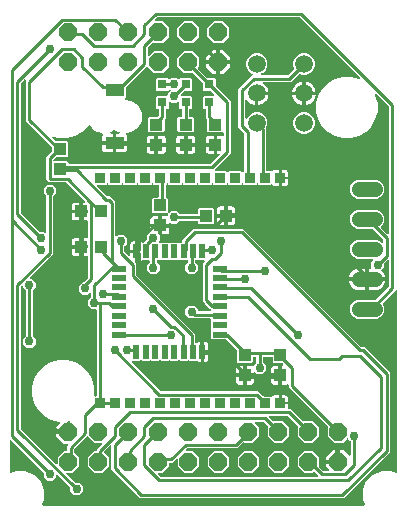
<source format=gbr>
G04 EAGLE Gerber RS-274X export*
G75*
%MOMM*%
%FSLAX34Y34*%
%LPD*%
%INTop Copper*%
%IPPOS*%
%AMOC8*
5,1,8,0,0,1.08239X$1,22.5*%
G01*
%ADD10R,1.100000X1.000000*%
%ADD11R,1.000000X1.100000*%
%ADD12P,1.649562X8X202.500000*%
%ADD13R,0.800000X0.800000*%
%ADD14R,1.600000X1.050000*%
%ADD15C,1.508000*%
%ADD16R,0.500000X1.200000*%
%ADD17R,1.200000X0.500000*%
%ADD18C,1.308000*%
%ADD19R,0.858000X0.858000*%
%ADD20P,1.649562X8X22.500000*%
%ADD21C,0.279400*%
%ADD22C,0.756400*%

G36*
X310844Y10930D02*
X310844Y10930D01*
X310890Y10928D01*
X310965Y10950D01*
X311042Y10962D01*
X311082Y10984D01*
X311126Y10997D01*
X311190Y11041D01*
X311259Y11078D01*
X311291Y11111D01*
X311328Y11137D01*
X311375Y11200D01*
X311428Y11256D01*
X311448Y11298D01*
X311475Y11334D01*
X311499Y11408D01*
X311532Y11479D01*
X311537Y11525D01*
X311551Y11568D01*
X311550Y11646D01*
X311559Y11723D01*
X311549Y11768D01*
X311549Y11814D01*
X311511Y11946D01*
X311507Y11964D01*
X311504Y11968D01*
X311502Y11975D01*
X309839Y15990D01*
X309839Y24010D01*
X312909Y31420D01*
X318580Y37091D01*
X325990Y40161D01*
X334010Y40161D01*
X338025Y38498D01*
X338069Y38487D01*
X338111Y38468D01*
X338188Y38459D01*
X338264Y38442D01*
X338310Y38446D01*
X338355Y38441D01*
X338432Y38457D01*
X338509Y38465D01*
X338551Y38483D01*
X338596Y38493D01*
X338663Y38533D01*
X338734Y38565D01*
X338768Y38596D01*
X338807Y38619D01*
X338858Y38678D01*
X338915Y38731D01*
X338937Y38771D01*
X338967Y38806D01*
X338996Y38879D01*
X339033Y38947D01*
X339042Y38992D01*
X339059Y39034D01*
X339074Y39170D01*
X339077Y39189D01*
X339076Y39194D01*
X339077Y39201D01*
X339077Y193108D01*
X339066Y193178D01*
X339064Y193250D01*
X339046Y193299D01*
X339038Y193350D01*
X339004Y193414D01*
X338979Y193481D01*
X338947Y193522D01*
X338922Y193568D01*
X338870Y193617D01*
X338826Y193673D01*
X338782Y193701D01*
X338744Y193737D01*
X338679Y193767D01*
X338619Y193806D01*
X338568Y193819D01*
X338521Y193841D01*
X338450Y193849D01*
X338380Y193866D01*
X338328Y193862D01*
X338277Y193868D01*
X338206Y193852D01*
X338135Y193847D01*
X338087Y193827D01*
X338036Y193815D01*
X337975Y193779D01*
X337909Y193751D01*
X337853Y193706D01*
X337825Y193689D01*
X337810Y193672D01*
X337778Y193646D01*
X326852Y182720D01*
X326806Y182657D01*
X326783Y182632D01*
X326773Y182611D01*
X326714Y182531D01*
X326712Y182525D01*
X326708Y182520D01*
X326674Y182409D01*
X326637Y182297D01*
X326637Y182291D01*
X326636Y182285D01*
X326639Y182168D01*
X326640Y182051D01*
X326642Y182044D01*
X326642Y182039D01*
X326648Y182021D01*
X326687Y181890D01*
X327965Y178804D01*
X327965Y175596D01*
X326737Y172632D01*
X324468Y170363D01*
X321504Y169135D01*
X305216Y169135D01*
X302252Y170363D01*
X299983Y172632D01*
X298755Y175596D01*
X298755Y178804D01*
X299983Y181768D01*
X302252Y184037D01*
X305216Y185265D01*
X320817Y185265D01*
X320908Y185279D01*
X320998Y185287D01*
X321028Y185299D01*
X321060Y185304D01*
X321141Y185347D01*
X321225Y185383D01*
X321257Y185409D01*
X321278Y185420D01*
X321300Y185443D01*
X321356Y185488D01*
X331855Y195987D01*
X331908Y196061D01*
X331968Y196131D01*
X331980Y196161D01*
X331999Y196187D01*
X332026Y196274D01*
X332060Y196359D01*
X332064Y196400D01*
X332071Y196422D01*
X332070Y196454D01*
X332078Y196526D01*
X332078Y218609D01*
X332067Y218679D01*
X332065Y218751D01*
X332047Y218800D01*
X332039Y218851D01*
X332005Y218914D01*
X331980Y218982D01*
X331948Y219023D01*
X331923Y219069D01*
X331872Y219118D01*
X331827Y219174D01*
X331783Y219202D01*
X331745Y219238D01*
X331680Y219268D01*
X331620Y219307D01*
X331569Y219320D01*
X331522Y219342D01*
X331451Y219350D01*
X331381Y219367D01*
X331329Y219363D01*
X331278Y219369D01*
X331207Y219353D01*
X331136Y219348D01*
X331088Y219328D01*
X331037Y219316D01*
X330976Y219280D01*
X330910Y219252D01*
X330854Y219207D01*
X330826Y219190D01*
X330811Y219173D01*
X330779Y219147D01*
X328030Y216398D01*
X327977Y216324D01*
X327917Y216254D01*
X327905Y216224D01*
X327886Y216198D01*
X327859Y216111D01*
X327825Y216026D01*
X327821Y215985D01*
X327814Y215963D01*
X327815Y215931D01*
X327807Y215859D01*
X327807Y212802D01*
X325712Y210707D01*
X325700Y210691D01*
X325685Y210678D01*
X325628Y210591D01*
X325568Y210507D01*
X325562Y210488D01*
X325552Y210471D01*
X325526Y210371D01*
X325496Y210272D01*
X325496Y210252D01*
X325491Y210233D01*
X325500Y210130D01*
X325502Y210026D01*
X325509Y210007D01*
X325511Y209988D01*
X325551Y209893D01*
X325587Y209795D01*
X325599Y209780D01*
X325607Y209761D01*
X325712Y209630D01*
X326953Y208389D01*
X327947Y206901D01*
X328632Y205249D01*
X328856Y204123D01*
X314883Y204123D01*
X314883Y211681D01*
X316477Y211681D01*
X316548Y211692D01*
X316619Y211694D01*
X316668Y211712D01*
X316719Y211720D01*
X316783Y211754D01*
X316850Y211779D01*
X316891Y211811D01*
X316937Y211836D01*
X316986Y211888D01*
X317042Y211932D01*
X317070Y211976D01*
X317106Y212014D01*
X317136Y212079D01*
X317175Y212139D01*
X317188Y212190D01*
X317210Y212237D01*
X317218Y212308D01*
X317235Y212378D01*
X317231Y212430D01*
X317237Y212481D01*
X317222Y212552D01*
X317216Y212623D01*
X317196Y212671D01*
X317193Y212682D01*
X317193Y217198D01*
X318631Y218636D01*
X318673Y218694D01*
X318722Y218746D01*
X318744Y218793D01*
X318774Y218835D01*
X318796Y218904D01*
X318826Y218969D01*
X318831Y219021D01*
X318847Y219071D01*
X318845Y219142D01*
X318853Y219213D01*
X318842Y219264D01*
X318840Y219316D01*
X318816Y219384D01*
X318801Y219454D01*
X318774Y219499D01*
X318756Y219547D01*
X318711Y219603D01*
X318674Y219665D01*
X318635Y219699D01*
X318602Y219739D01*
X318542Y219778D01*
X318487Y219825D01*
X318439Y219844D01*
X318395Y219872D01*
X318326Y219890D01*
X318259Y219917D01*
X318188Y219925D01*
X318157Y219933D01*
X318134Y219931D01*
X318093Y219935D01*
X305216Y219935D01*
X302252Y221163D01*
X299983Y223432D01*
X298755Y226396D01*
X298755Y229604D01*
X299983Y232568D01*
X302252Y234837D01*
X305216Y236065D01*
X321504Y236065D01*
X324468Y234837D01*
X325779Y233526D01*
X325837Y233485D01*
X325889Y233435D01*
X325936Y233413D01*
X325978Y233383D01*
X326047Y233362D01*
X326112Y233332D01*
X326164Y233326D01*
X326214Y233311D01*
X326285Y233312D01*
X326356Y233305D01*
X326407Y233316D01*
X326459Y233317D01*
X326527Y233342D01*
X326597Y233357D01*
X326642Y233384D01*
X326690Y233401D01*
X326746Y233446D01*
X326808Y233483D01*
X326842Y233523D01*
X326882Y233555D01*
X326921Y233615D01*
X326968Y233670D01*
X326987Y233718D01*
X327015Y233762D01*
X327033Y233831D01*
X327060Y233898D01*
X327068Y233969D01*
X327076Y234001D01*
X327074Y234024D01*
X327078Y234065D01*
X327078Y235974D01*
X327064Y236065D01*
X327056Y236155D01*
X327044Y236185D01*
X327039Y236217D01*
X326996Y236298D01*
X326960Y236382D01*
X326934Y236414D01*
X326923Y236435D01*
X326900Y236457D01*
X326855Y236513D01*
X318256Y245112D01*
X318182Y245165D01*
X318112Y245225D01*
X318082Y245237D01*
X318056Y245256D01*
X317969Y245283D01*
X317884Y245317D01*
X317843Y245321D01*
X317821Y245328D01*
X317789Y245327D01*
X317717Y245335D01*
X305216Y245335D01*
X302252Y246563D01*
X299983Y248832D01*
X298755Y251796D01*
X298755Y255004D01*
X299983Y257968D01*
X302252Y260237D01*
X305216Y261465D01*
X321504Y261465D01*
X324468Y260237D01*
X326737Y257968D01*
X327965Y255004D01*
X327965Y251796D01*
X326737Y248832D01*
X325307Y247402D01*
X325295Y247385D01*
X325280Y247373D01*
X325224Y247286D01*
X325163Y247202D01*
X325157Y247183D01*
X325147Y247166D01*
X325121Y247066D01*
X325091Y246967D01*
X325091Y246947D01*
X325087Y246928D01*
X325095Y246825D01*
X325097Y246721D01*
X325104Y246702D01*
X325106Y246682D01*
X325146Y246588D01*
X325182Y246490D01*
X325194Y246474D01*
X325202Y246456D01*
X325307Y246325D01*
X330779Y240853D01*
X330837Y240811D01*
X330889Y240762D01*
X330936Y240740D01*
X330978Y240710D01*
X331047Y240689D01*
X331112Y240658D01*
X331164Y240653D01*
X331214Y240637D01*
X331285Y240639D01*
X331356Y240631D01*
X331407Y240642D01*
X331459Y240644D01*
X331527Y240668D01*
X331597Y240684D01*
X331641Y240710D01*
X331690Y240728D01*
X331746Y240773D01*
X331808Y240810D01*
X331842Y240849D01*
X331882Y240882D01*
X331921Y240942D01*
X331968Y240997D01*
X331987Y241045D01*
X332015Y241089D01*
X332033Y241158D01*
X332060Y241225D01*
X332068Y241296D01*
X332076Y241327D01*
X332074Y241351D01*
X332078Y241391D01*
X332078Y348474D01*
X332064Y348565D01*
X332056Y348655D01*
X332044Y348685D01*
X332039Y348717D01*
X331996Y348798D01*
X331960Y348882D01*
X331934Y348914D01*
X331923Y348935D01*
X331900Y348957D01*
X331855Y349013D01*
X321672Y359196D01*
X321652Y359210D01*
X321637Y359229D01*
X321552Y359282D01*
X321472Y359340D01*
X321449Y359347D01*
X321428Y359360D01*
X321332Y359383D01*
X321237Y359412D01*
X321213Y359412D01*
X321189Y359417D01*
X321090Y359409D01*
X320991Y359406D01*
X320968Y359398D01*
X320944Y359396D01*
X320853Y359356D01*
X320760Y359322D01*
X320741Y359306D01*
X320719Y359297D01*
X320646Y359230D01*
X320568Y359168D01*
X320555Y359148D01*
X320537Y359131D01*
X320489Y359045D01*
X320435Y358961D01*
X320429Y358937D01*
X320417Y358917D01*
X320399Y358819D01*
X320375Y358722D01*
X320377Y358698D01*
X320372Y358675D01*
X320386Y358576D01*
X320394Y358477D01*
X320403Y358455D01*
X320407Y358431D01*
X320474Y358278D01*
X320578Y358098D01*
X322361Y351444D01*
X322361Y344556D01*
X320578Y337902D01*
X317134Y331937D01*
X312263Y327066D01*
X306298Y323622D01*
X299644Y321839D01*
X292756Y321839D01*
X286102Y323622D01*
X280137Y327066D01*
X275266Y331937D01*
X271822Y337902D01*
X270039Y344556D01*
X270039Y351444D01*
X271822Y358098D01*
X275266Y364063D01*
X280137Y368934D01*
X286102Y372378D01*
X292756Y374161D01*
X299644Y374161D01*
X306298Y372378D01*
X306478Y372274D01*
X306500Y372266D01*
X306520Y372252D01*
X306614Y372222D01*
X306708Y372187D01*
X306732Y372186D01*
X306755Y372179D01*
X306854Y372182D01*
X306953Y372178D01*
X306977Y372185D01*
X307001Y372186D01*
X307094Y372220D01*
X307189Y372248D01*
X307209Y372262D01*
X307232Y372270D01*
X307309Y372332D01*
X307391Y372389D01*
X307405Y372409D01*
X307424Y372424D01*
X307477Y372507D01*
X307536Y372587D01*
X307544Y372610D01*
X307557Y372631D01*
X307581Y372727D01*
X307611Y372822D01*
X307611Y372846D01*
X307617Y372869D01*
X307609Y372968D01*
X307607Y373068D01*
X307599Y373090D01*
X307598Y373114D01*
X307559Y373205D01*
X307526Y373300D01*
X307511Y373319D01*
X307501Y373341D01*
X307396Y373472D01*
X256513Y424355D01*
X256439Y424408D01*
X256369Y424468D01*
X256339Y424480D01*
X256313Y424499D01*
X256226Y424526D01*
X256141Y424560D01*
X256100Y424564D01*
X256078Y424571D01*
X256046Y424570D01*
X255974Y424578D01*
X136526Y424578D01*
X136435Y424564D01*
X136345Y424556D01*
X136315Y424544D01*
X136283Y424539D01*
X136202Y424496D01*
X136118Y424460D01*
X136086Y424434D01*
X136065Y424423D01*
X136043Y424400D01*
X135987Y424355D01*
X133976Y422344D01*
X133934Y422286D01*
X133885Y422234D01*
X133863Y422187D01*
X133833Y422145D01*
X133812Y422076D01*
X133781Y422011D01*
X133776Y421959D01*
X133760Y421909D01*
X133762Y421838D01*
X133754Y421767D01*
X133765Y421716D01*
X133767Y421664D01*
X133791Y421596D01*
X133807Y421526D01*
X133833Y421481D01*
X133851Y421433D01*
X133896Y421377D01*
X133933Y421315D01*
X133972Y421281D01*
X134005Y421241D01*
X134065Y421202D01*
X134120Y421155D01*
X134168Y421136D01*
X134212Y421108D01*
X134281Y421090D01*
X134348Y421063D01*
X134419Y421055D01*
X134450Y421047D01*
X134474Y421049D01*
X134514Y421045D01*
X140488Y421045D01*
X145845Y415688D01*
X145845Y408112D01*
X140488Y402755D01*
X132910Y402755D01*
X132909Y402757D01*
X132822Y402813D01*
X132738Y402873D01*
X132719Y402879D01*
X132702Y402890D01*
X132602Y402915D01*
X132503Y402945D01*
X132483Y402945D01*
X132464Y402950D01*
X132361Y402942D01*
X132257Y402939D01*
X132238Y402932D01*
X132219Y402931D01*
X132124Y402890D01*
X132026Y402855D01*
X132011Y402842D01*
X131992Y402834D01*
X131861Y402729D01*
X128145Y399013D01*
X128092Y398939D01*
X128032Y398869D01*
X128020Y398839D01*
X128001Y398813D01*
X127974Y398726D01*
X127940Y398641D01*
X127936Y398600D01*
X127929Y398578D01*
X127930Y398546D01*
X127922Y398474D01*
X127922Y392492D01*
X127933Y392421D01*
X127935Y392350D01*
X127953Y392301D01*
X127961Y392249D01*
X127995Y392186D01*
X128020Y392119D01*
X128052Y392078D01*
X128077Y392032D01*
X128129Y391983D01*
X128173Y391927D01*
X128217Y391898D01*
X128255Y391863D01*
X128320Y391832D01*
X128380Y391794D01*
X128431Y391781D01*
X128478Y391759D01*
X128549Y391751D01*
X128619Y391734D01*
X128671Y391738D01*
X128722Y391732D01*
X128793Y391747D01*
X128864Y391753D01*
X128912Y391773D01*
X128963Y391784D01*
X129024Y391821D01*
X129090Y391849D01*
X129146Y391894D01*
X129174Y391910D01*
X129189Y391928D01*
X129221Y391954D01*
X132912Y395645D01*
X140488Y395645D01*
X145845Y390288D01*
X145845Y382712D01*
X140488Y377355D01*
X132912Y377355D01*
X127738Y382529D01*
X127722Y382541D01*
X127709Y382557D01*
X127622Y382613D01*
X127538Y382673D01*
X127519Y382679D01*
X127502Y382690D01*
X127402Y382715D01*
X127303Y382745D01*
X127283Y382745D01*
X127264Y382750D01*
X127161Y382742D01*
X127057Y382739D01*
X127038Y382732D01*
X127019Y382731D01*
X126924Y382690D01*
X126826Y382655D01*
X126811Y382642D01*
X126792Y382634D01*
X126661Y382529D01*
X125987Y381855D01*
X109568Y365436D01*
X109525Y365376D01*
X109483Y365332D01*
X109476Y365316D01*
X109455Y365292D01*
X109443Y365262D01*
X109424Y365236D01*
X109397Y365149D01*
X109394Y365140D01*
X109379Y365109D01*
X109379Y365103D01*
X109363Y365064D01*
X109359Y365023D01*
X109352Y365001D01*
X109353Y364969D01*
X109345Y364897D01*
X109345Y356698D01*
X108353Y355707D01*
X108338Y355686D01*
X108318Y355669D01*
X108266Y355586D01*
X108210Y355507D01*
X108202Y355482D01*
X108188Y355460D01*
X108166Y355365D01*
X108137Y355272D01*
X108138Y355246D01*
X108132Y355221D01*
X108141Y355124D01*
X108144Y355026D01*
X108152Y355002D01*
X108155Y354976D01*
X108194Y354887D01*
X108228Y354795D01*
X108244Y354775D01*
X108255Y354751D01*
X108321Y354679D01*
X108382Y354603D01*
X108403Y354589D01*
X108421Y354570D01*
X108506Y354523D01*
X108589Y354470D01*
X108614Y354464D01*
X108636Y354451D01*
X108800Y354413D01*
X113925Y353790D01*
X119596Y349876D01*
X122798Y343775D01*
X122798Y336885D01*
X119596Y330784D01*
X113925Y326870D01*
X110081Y326403D01*
X110056Y326396D01*
X110030Y326395D01*
X109938Y326361D01*
X109845Y326334D01*
X109823Y326319D01*
X109799Y326310D01*
X109723Y326249D01*
X109643Y326194D01*
X109627Y326173D01*
X109607Y326157D01*
X109554Y326075D01*
X109496Y325996D01*
X109488Y325972D01*
X109474Y325950D01*
X109450Y325855D01*
X109420Y325762D01*
X109420Y325736D01*
X109414Y325711D01*
X109422Y325614D01*
X109423Y325516D01*
X109431Y325492D01*
X109433Y325466D01*
X109471Y325376D01*
X109504Y325284D01*
X109519Y325264D01*
X109530Y325240D01*
X109634Y325109D01*
X109853Y324890D01*
X110188Y324311D01*
X110361Y323664D01*
X110361Y319603D01*
X101343Y319603D01*
X101343Y325871D01*
X103374Y325871D01*
X103482Y325888D01*
X103590Y325902D01*
X103603Y325908D01*
X103617Y325910D01*
X103713Y325961D01*
X103811Y326009D01*
X103822Y326019D01*
X103835Y326026D01*
X103909Y326104D01*
X103987Y326180D01*
X103994Y326193D01*
X104004Y326204D01*
X104050Y326303D01*
X104099Y326399D01*
X104101Y326414D01*
X104108Y326427D01*
X104120Y326535D01*
X104136Y326643D01*
X104133Y326657D01*
X104135Y326671D01*
X104112Y326778D01*
X104093Y326885D01*
X104086Y326898D01*
X104082Y326912D01*
X104027Y327005D01*
X103974Y327101D01*
X103964Y327110D01*
X103956Y327123D01*
X103874Y327194D01*
X103794Y327267D01*
X103778Y327275D01*
X103769Y327283D01*
X103742Y327294D01*
X103644Y327344D01*
X100642Y328482D01*
X100186Y328997D01*
X100111Y329059D01*
X100040Y329125D01*
X100016Y329136D01*
X99995Y329153D01*
X99904Y329187D01*
X99816Y329227D01*
X99790Y329230D01*
X99765Y329239D01*
X99668Y329242D01*
X99571Y329252D01*
X99546Y329247D01*
X99519Y329248D01*
X99426Y329220D01*
X99331Y329198D01*
X99302Y329183D01*
X99283Y329177D01*
X99257Y329158D01*
X99184Y329119D01*
X96488Y327258D01*
X96476Y327246D01*
X96461Y327238D01*
X96388Y327162D01*
X96311Y327088D01*
X96303Y327073D01*
X96291Y327060D01*
X96247Y326964D01*
X96198Y326870D01*
X96195Y326853D01*
X96188Y326837D01*
X96176Y326731D01*
X96160Y326627D01*
X96162Y326610D01*
X96161Y326593D01*
X96183Y326489D01*
X96201Y326384D01*
X96209Y326369D01*
X96213Y326352D01*
X96267Y326261D01*
X96318Y326168D01*
X96330Y326156D01*
X96339Y326141D01*
X96420Y326072D01*
X96497Y326000D01*
X96513Y325992D01*
X96526Y325981D01*
X96625Y325941D01*
X96721Y325897D01*
X96738Y325896D01*
X96754Y325889D01*
X96921Y325871D01*
X98297Y325871D01*
X98297Y319603D01*
X89279Y319603D01*
X89279Y323664D01*
X89452Y324311D01*
X89791Y324897D01*
X89797Y324914D01*
X89808Y324929D01*
X89841Y325029D01*
X89878Y325127D01*
X89879Y325145D01*
X89884Y325163D01*
X89883Y325268D01*
X89887Y325373D01*
X89882Y325391D01*
X89882Y325409D01*
X89847Y325508D01*
X89817Y325609D01*
X89807Y325624D01*
X89801Y325641D01*
X89736Y325724D01*
X89676Y325810D01*
X89661Y325821D01*
X89650Y325835D01*
X89562Y325894D01*
X89478Y325956D01*
X89461Y325961D01*
X89445Y325972D01*
X89344Y325999D01*
X89243Y326031D01*
X89225Y326031D01*
X89208Y326035D01*
X89098Y326034D01*
X82642Y328482D01*
X78800Y332819D01*
X78786Y332831D01*
X78775Y332846D01*
X78691Y332908D01*
X78610Y332974D01*
X78592Y332981D01*
X78576Y332992D01*
X78477Y333024D01*
X78379Y333061D01*
X78360Y333061D01*
X78342Y333067D01*
X78238Y333066D01*
X78134Y333069D01*
X78115Y333064D01*
X78096Y333063D01*
X77998Y333029D01*
X77898Y332999D01*
X77882Y332988D01*
X77864Y332981D01*
X77782Y332917D01*
X77697Y332857D01*
X77686Y332842D01*
X77671Y332830D01*
X77571Y332695D01*
X77134Y331937D01*
X72263Y327066D01*
X66298Y323622D01*
X59644Y321839D01*
X52756Y321839D01*
X48037Y323104D01*
X47989Y323108D01*
X47944Y323123D01*
X47868Y323121D01*
X47792Y323128D01*
X47746Y323117D01*
X47698Y323116D01*
X47627Y323090D01*
X47553Y323073D01*
X47512Y323048D01*
X47467Y323032D01*
X47408Y322984D01*
X47343Y322945D01*
X47312Y322908D01*
X47275Y322878D01*
X47234Y322814D01*
X47185Y322756D01*
X47168Y322711D01*
X47142Y322671D01*
X47123Y322598D01*
X47096Y322527D01*
X47093Y322479D01*
X47082Y322433D01*
X47088Y322357D01*
X47084Y322281D01*
X47097Y322235D01*
X47101Y322187D01*
X47130Y322118D01*
X47151Y322045D01*
X47178Y322005D01*
X47197Y321961D01*
X47278Y321860D01*
X47290Y321842D01*
X47296Y321838D01*
X47302Y321830D01*
X49554Y319578D01*
X49628Y319525D01*
X49698Y319465D01*
X49728Y319453D01*
X49754Y319434D01*
X49841Y319407D01*
X49926Y319373D01*
X49967Y319369D01*
X49989Y319362D01*
X50021Y319363D01*
X50093Y319355D01*
X59692Y319355D01*
X60585Y318462D01*
X60585Y307198D01*
X59692Y306305D01*
X50753Y306305D01*
X50662Y306291D01*
X50572Y306283D01*
X50542Y306271D01*
X50510Y306266D01*
X50429Y306223D01*
X50345Y306187D01*
X50313Y306161D01*
X50292Y306150D01*
X50277Y306134D01*
X50275Y306133D01*
X50267Y306124D01*
X50214Y306082D01*
X48145Y304013D01*
X48092Y303939D01*
X48032Y303869D01*
X48020Y303839D01*
X48001Y303813D01*
X47974Y303726D01*
X47940Y303641D01*
X47936Y303600D01*
X47929Y303578D01*
X47930Y303546D01*
X47922Y303474D01*
X47922Y303116D01*
X47925Y303096D01*
X47923Y303077D01*
X47945Y302975D01*
X47961Y302873D01*
X47971Y302856D01*
X47975Y302836D01*
X48028Y302747D01*
X48077Y302656D01*
X48091Y302642D01*
X48101Y302625D01*
X48180Y302558D01*
X48255Y302486D01*
X48273Y302478D01*
X48288Y302465D01*
X48384Y302426D01*
X48478Y302383D01*
X48498Y302381D01*
X48516Y302373D01*
X48683Y302355D01*
X59692Y302355D01*
X60585Y301462D01*
X60585Y301183D01*
X60588Y301163D01*
X60586Y301144D01*
X60608Y301042D01*
X60624Y300940D01*
X60634Y300923D01*
X60638Y300903D01*
X60691Y300814D01*
X60740Y300723D01*
X60754Y300709D01*
X60764Y300692D01*
X60843Y300625D01*
X60918Y300553D01*
X60936Y300545D01*
X60951Y300532D01*
X61047Y300493D01*
X61141Y300450D01*
X61161Y300448D01*
X61179Y300440D01*
X61346Y300422D01*
X180974Y300422D01*
X181065Y300436D01*
X181155Y300444D01*
X181185Y300456D01*
X181217Y300461D01*
X181298Y300504D01*
X181382Y300540D01*
X181414Y300566D01*
X181435Y300577D01*
X181457Y300600D01*
X181513Y300645D01*
X188528Y307660D01*
X188570Y307718D01*
X188619Y307770D01*
X188641Y307817D01*
X188671Y307859D01*
X188692Y307928D01*
X188723Y307993D01*
X188728Y308045D01*
X188744Y308095D01*
X188742Y308166D01*
X188750Y308237D01*
X188739Y308288D01*
X188737Y308340D01*
X188713Y308408D01*
X188697Y308478D01*
X188671Y308523D01*
X188653Y308571D01*
X188608Y308627D01*
X188571Y308689D01*
X188532Y308723D01*
X188499Y308763D01*
X188439Y308802D01*
X188384Y308849D01*
X188336Y308868D01*
X188292Y308896D01*
X188223Y308914D01*
X188156Y308941D01*
X188085Y308949D01*
X188054Y308957D01*
X188030Y308955D01*
X187990Y308959D01*
X186523Y308959D01*
X186523Y315738D01*
X186520Y315758D01*
X186522Y315777D01*
X186500Y315879D01*
X186483Y315981D01*
X186474Y315998D01*
X186470Y316018D01*
X186417Y316107D01*
X186368Y316198D01*
X186354Y316212D01*
X186344Y316229D01*
X186265Y316296D01*
X186190Y316367D01*
X186172Y316376D01*
X186157Y316389D01*
X186061Y316428D01*
X185967Y316471D01*
X185947Y316473D01*
X185929Y316481D01*
X185762Y316499D01*
X184999Y316499D01*
X184999Y316501D01*
X185762Y316501D01*
X185782Y316504D01*
X185801Y316502D01*
X185903Y316524D01*
X186005Y316541D01*
X186022Y316550D01*
X186042Y316554D01*
X186131Y316607D01*
X186222Y316656D01*
X186236Y316670D01*
X186253Y316680D01*
X186320Y316759D01*
X186391Y316834D01*
X186400Y316852D01*
X186413Y316867D01*
X186452Y316963D01*
X186495Y317057D01*
X186497Y317077D01*
X186505Y317095D01*
X186523Y317262D01*
X186523Y324041D01*
X190835Y324041D01*
X191120Y323964D01*
X191238Y323952D01*
X191356Y323939D01*
X191361Y323940D01*
X191365Y323940D01*
X191480Y323966D01*
X191597Y323992D01*
X191600Y323994D01*
X191604Y323995D01*
X191707Y324057D01*
X191808Y324118D01*
X191811Y324121D01*
X191814Y324123D01*
X191890Y324214D01*
X191968Y324305D01*
X191969Y324309D01*
X191972Y324312D01*
X192015Y324422D01*
X192060Y324533D01*
X192060Y324538D01*
X192062Y324541D01*
X192062Y324554D01*
X192078Y324700D01*
X192078Y326214D01*
X192075Y326234D01*
X192077Y326253D01*
X192055Y326355D01*
X192039Y326457D01*
X192029Y326474D01*
X192025Y326494D01*
X191972Y326583D01*
X191923Y326674D01*
X191909Y326688D01*
X191899Y326705D01*
X191820Y326772D01*
X191745Y326844D01*
X191727Y326852D01*
X191712Y326865D01*
X191616Y326904D01*
X191522Y326947D01*
X191502Y326949D01*
X191484Y326957D01*
X191317Y326975D01*
X178868Y326975D01*
X177975Y327868D01*
X177975Y337577D01*
X177961Y337668D01*
X177953Y337758D01*
X177941Y337788D01*
X177936Y337820D01*
X177893Y337901D01*
X177857Y337985D01*
X177831Y338017D01*
X177820Y338038D01*
X177797Y338060D01*
X177752Y338116D01*
X177078Y338790D01*
X177078Y346214D01*
X177075Y346234D01*
X177077Y346253D01*
X177055Y346355D01*
X177039Y346457D01*
X177029Y346474D01*
X177025Y346494D01*
X176972Y346583D01*
X176923Y346674D01*
X176909Y346688D01*
X176899Y346705D01*
X176820Y346772D01*
X176745Y346844D01*
X176727Y346852D01*
X176712Y346865D01*
X176616Y346904D01*
X176522Y346947D01*
X176502Y346949D01*
X176484Y346957D01*
X176317Y346975D01*
X175368Y346975D01*
X174475Y347868D01*
X174475Y357132D01*
X175368Y358025D01*
X183506Y358025D01*
X183576Y358036D01*
X183648Y358038D01*
X183697Y358056D01*
X183748Y358064D01*
X183811Y358098D01*
X183879Y358123D01*
X183920Y358155D01*
X183966Y358180D01*
X184015Y358231D01*
X184071Y358276D01*
X184099Y358320D01*
X184135Y358358D01*
X184165Y358423D01*
X184204Y358483D01*
X184217Y358534D01*
X184239Y358581D01*
X184247Y358652D01*
X184264Y358722D01*
X184260Y358774D01*
X184266Y358825D01*
X184250Y358896D01*
X184245Y358967D01*
X184225Y359015D01*
X184213Y359066D01*
X184177Y359127D01*
X184149Y359193D01*
X184104Y359249D01*
X184087Y359277D01*
X184070Y359292D01*
X184059Y359305D01*
X184044Y359324D01*
X181616Y361752D01*
X181542Y361805D01*
X181472Y361865D01*
X181442Y361877D01*
X181416Y361896D01*
X181329Y361923D01*
X181244Y361957D01*
X181203Y361961D01*
X181181Y361968D01*
X181149Y361967D01*
X181077Y361975D01*
X175368Y361975D01*
X174475Y362868D01*
X174475Y368577D01*
X174461Y368668D01*
X174453Y368758D01*
X174441Y368788D01*
X174436Y368820D01*
X174393Y368901D01*
X174357Y368985D01*
X174331Y369017D01*
X174320Y369038D01*
X174297Y369060D01*
X174252Y369116D01*
X166236Y377132D01*
X166162Y377185D01*
X166092Y377245D01*
X166062Y377257D01*
X166036Y377276D01*
X165949Y377303D01*
X165864Y377337D01*
X165823Y377341D01*
X165801Y377348D01*
X165769Y377347D01*
X165697Y377355D01*
X158312Y377355D01*
X152955Y382712D01*
X152955Y390288D01*
X158312Y395645D01*
X165888Y395645D01*
X171245Y390288D01*
X171245Y382712D01*
X170621Y382088D01*
X170609Y382072D01*
X170593Y382059D01*
X170537Y381972D01*
X170477Y381888D01*
X170471Y381869D01*
X170460Y381852D01*
X170435Y381752D01*
X170405Y381653D01*
X170405Y381633D01*
X170400Y381614D01*
X170408Y381511D01*
X170411Y381407D01*
X170418Y381389D01*
X170419Y381369D01*
X170460Y381274D01*
X170495Y381176D01*
X170508Y381161D01*
X170516Y381142D01*
X170621Y381011D01*
X178384Y373248D01*
X178458Y373195D01*
X178528Y373135D01*
X178558Y373123D01*
X178584Y373104D01*
X178671Y373077D01*
X178756Y373043D01*
X178797Y373039D01*
X178819Y373032D01*
X178851Y373033D01*
X178923Y373025D01*
X184632Y373025D01*
X185525Y372132D01*
X185525Y366423D01*
X185528Y366404D01*
X185526Y366387D01*
X185541Y366319D01*
X185547Y366242D01*
X185559Y366212D01*
X185564Y366180D01*
X185575Y366159D01*
X185578Y366147D01*
X185609Y366095D01*
X185643Y366015D01*
X185669Y365983D01*
X185680Y365962D01*
X185699Y365943D01*
X185704Y365936D01*
X185712Y365929D01*
X185748Y365884D01*
X195987Y355645D01*
X197922Y353710D01*
X197922Y308790D01*
X185645Y296513D01*
X184746Y295614D01*
X184704Y295556D01*
X184655Y295504D01*
X184633Y295457D01*
X184603Y295415D01*
X184582Y295346D01*
X184551Y295281D01*
X184546Y295229D01*
X184530Y295179D01*
X184532Y295108D01*
X184524Y295037D01*
X184535Y294986D01*
X184537Y294934D01*
X184561Y294866D01*
X184577Y294796D01*
X184603Y294751D01*
X184621Y294703D01*
X184666Y294647D01*
X184703Y294585D01*
X184742Y294551D01*
X184775Y294511D01*
X184835Y294472D01*
X184890Y294425D01*
X184938Y294406D01*
X184982Y294378D01*
X185051Y294360D01*
X185118Y294333D01*
X185189Y294325D01*
X185220Y294317D01*
X185244Y294319D01*
X185284Y294315D01*
X193822Y294315D01*
X194712Y293425D01*
X194728Y293413D01*
X194740Y293397D01*
X194828Y293341D01*
X194911Y293281D01*
X194930Y293275D01*
X194947Y293264D01*
X195048Y293239D01*
X195147Y293209D01*
X195166Y293209D01*
X195186Y293204D01*
X195289Y293212D01*
X195392Y293215D01*
X195411Y293222D01*
X195431Y293223D01*
X195526Y293264D01*
X195623Y293299D01*
X195639Y293312D01*
X195657Y293320D01*
X195788Y293425D01*
X196678Y294315D01*
X206522Y294315D01*
X207412Y293425D01*
X207428Y293413D01*
X207440Y293397D01*
X207528Y293341D01*
X207611Y293281D01*
X207630Y293275D01*
X207647Y293264D01*
X207748Y293239D01*
X207847Y293209D01*
X207866Y293209D01*
X207886Y293204D01*
X207989Y293212D01*
X208092Y293215D01*
X208111Y293222D01*
X208131Y293223D01*
X208226Y293264D01*
X208323Y293299D01*
X208339Y293312D01*
X208357Y293320D01*
X208488Y293425D01*
X209355Y294292D01*
X209408Y294366D01*
X209468Y294435D01*
X209480Y294465D01*
X209499Y294491D01*
X209526Y294578D01*
X209560Y294663D01*
X209564Y294704D01*
X209571Y294726D01*
X209570Y294759D01*
X209578Y294830D01*
X209578Y325974D01*
X209564Y326065D01*
X209556Y326155D01*
X209544Y326185D01*
X209539Y326217D01*
X209496Y326298D01*
X209460Y326382D01*
X209434Y326414D01*
X209423Y326435D01*
X209400Y326457D01*
X209355Y326513D01*
X204578Y331290D01*
X204578Y363710D01*
X216406Y375538D01*
X216433Y375575D01*
X216466Y375606D01*
X216504Y375674D01*
X216549Y375738D01*
X216563Y375781D01*
X216585Y375822D01*
X216599Y375898D01*
X216622Y375973D01*
X216621Y376019D01*
X216629Y376064D01*
X216617Y376141D01*
X216615Y376219D01*
X216600Y376262D01*
X216593Y376307D01*
X216558Y376376D01*
X216531Y376450D01*
X216502Y376485D01*
X216481Y376526D01*
X216426Y376581D01*
X216377Y376642D01*
X216339Y376666D01*
X216306Y376699D01*
X216186Y376765D01*
X216170Y376775D01*
X216165Y376776D01*
X216159Y376779D01*
X214865Y377315D01*
X212315Y379865D01*
X210935Y383197D01*
X210935Y386803D01*
X212315Y390135D01*
X214865Y392685D01*
X218197Y394065D01*
X221803Y394065D01*
X225135Y392685D01*
X227685Y390135D01*
X229065Y386803D01*
X229065Y383197D01*
X227685Y379865D01*
X225135Y377315D01*
X224099Y376886D01*
X224016Y376835D01*
X223930Y376789D01*
X223912Y376770D01*
X223890Y376757D01*
X223828Y376682D01*
X223761Y376611D01*
X223750Y376587D01*
X223733Y376567D01*
X223698Y376476D01*
X223657Y376388D01*
X223654Y376362D01*
X223645Y376338D01*
X223641Y376240D01*
X223630Y376144D01*
X223636Y376118D01*
X223635Y376092D01*
X223662Y375998D01*
X223682Y375903D01*
X223696Y375881D01*
X223703Y375856D01*
X223759Y375776D01*
X223809Y375692D01*
X223828Y375675D01*
X223843Y375654D01*
X223921Y375595D01*
X223995Y375532D01*
X224020Y375522D01*
X224041Y375507D01*
X224133Y375477D01*
X224224Y375440D01*
X224256Y375437D01*
X224275Y375431D01*
X224308Y375431D01*
X224390Y375422D01*
X245974Y375422D01*
X246065Y375436D01*
X246155Y375444D01*
X246185Y375456D01*
X246217Y375461D01*
X246298Y375504D01*
X246382Y375540D01*
X246414Y375566D01*
X246435Y375577D01*
X246457Y375600D01*
X246513Y375645D01*
X251492Y380624D01*
X251560Y380719D01*
X251630Y380813D01*
X251632Y380819D01*
X251636Y380824D01*
X251670Y380935D01*
X251706Y381047D01*
X251706Y381053D01*
X251708Y381059D01*
X251705Y381176D01*
X251704Y381293D01*
X251702Y381300D01*
X251702Y381305D01*
X251695Y381322D01*
X251657Y381454D01*
X250935Y383197D01*
X250935Y386803D01*
X252315Y390135D01*
X254865Y392685D01*
X258197Y394065D01*
X261803Y394065D01*
X265135Y392685D01*
X267685Y390135D01*
X269065Y386803D01*
X269065Y383197D01*
X267685Y379865D01*
X265135Y377315D01*
X261803Y375935D01*
X258197Y375935D01*
X256454Y376657D01*
X256340Y376684D01*
X256227Y376713D01*
X256220Y376712D01*
X256214Y376713D01*
X256098Y376702D01*
X255981Y376693D01*
X255976Y376691D01*
X255969Y376690D01*
X255862Y376643D01*
X255755Y376597D01*
X255749Y376592D01*
X255745Y376590D01*
X255731Y376578D01*
X255624Y376492D01*
X248710Y369578D01*
X226310Y369578D01*
X226302Y369577D01*
X226294Y369578D01*
X226180Y369557D01*
X226067Y369539D01*
X226060Y369535D01*
X226052Y369533D01*
X225952Y369477D01*
X225850Y369423D01*
X225844Y369418D01*
X225837Y369414D01*
X225760Y369329D01*
X225680Y369245D01*
X225677Y369238D01*
X225672Y369232D01*
X225625Y369126D01*
X225577Y369022D01*
X225576Y369014D01*
X225573Y369007D01*
X225562Y368892D01*
X225550Y368778D01*
X225551Y368770D01*
X225551Y368762D01*
X225577Y368649D01*
X225602Y368537D01*
X225606Y368530D01*
X225608Y368523D01*
X225669Y368424D01*
X225728Y368326D01*
X225734Y368321D01*
X225738Y368314D01*
X225862Y368201D01*
X226567Y367689D01*
X227689Y366567D01*
X228622Y365283D01*
X229342Y363870D01*
X229833Y362361D01*
X229965Y361523D01*
X220762Y361523D01*
X220742Y361520D01*
X220723Y361522D01*
X220621Y361500D01*
X220519Y361483D01*
X220502Y361474D01*
X220482Y361470D01*
X220393Y361417D01*
X220302Y361368D01*
X220288Y361354D01*
X220271Y361344D01*
X220204Y361265D01*
X220133Y361190D01*
X220124Y361172D01*
X220111Y361157D01*
X220073Y361061D01*
X220029Y360967D01*
X220027Y360947D01*
X220019Y360929D01*
X220001Y360762D01*
X220001Y359999D01*
X219238Y359999D01*
X219218Y359996D01*
X219199Y359998D01*
X219097Y359976D01*
X218995Y359959D01*
X218978Y359950D01*
X218958Y359946D01*
X218869Y359893D01*
X218778Y359844D01*
X218764Y359830D01*
X218747Y359820D01*
X218680Y359741D01*
X218609Y359666D01*
X218600Y359648D01*
X218587Y359633D01*
X218548Y359537D01*
X218505Y359443D01*
X218503Y359423D01*
X218495Y359405D01*
X218477Y359238D01*
X218477Y350035D01*
X217639Y350167D01*
X216130Y350658D01*
X214717Y351378D01*
X213433Y352311D01*
X212311Y353433D01*
X211799Y354138D01*
X211793Y354143D01*
X211789Y354150D01*
X211706Y354229D01*
X211624Y354311D01*
X211617Y354314D01*
X211611Y354320D01*
X211507Y354368D01*
X211403Y354419D01*
X211395Y354420D01*
X211388Y354423D01*
X211274Y354436D01*
X211159Y354451D01*
X211151Y354449D01*
X211144Y354450D01*
X211031Y354426D01*
X210918Y354404D01*
X210911Y354400D01*
X210903Y354398D01*
X210804Y354339D01*
X210704Y354282D01*
X210699Y354276D01*
X210692Y354272D01*
X210617Y354184D01*
X210540Y354098D01*
X210537Y354091D01*
X210532Y354085D01*
X210489Y353978D01*
X210444Y353872D01*
X210443Y353864D01*
X210440Y353857D01*
X210422Y353690D01*
X210422Y339390D01*
X210437Y339294D01*
X210447Y339197D01*
X210457Y339173D01*
X210461Y339148D01*
X210507Y339062D01*
X210547Y338973D01*
X210564Y338953D01*
X210577Y338930D01*
X210647Y338863D01*
X210713Y338791D01*
X210736Y338779D01*
X210755Y338761D01*
X210843Y338720D01*
X210929Y338673D01*
X210954Y338668D01*
X210978Y338657D01*
X211075Y338646D01*
X211171Y338629D01*
X211197Y338633D01*
X211222Y338630D01*
X211317Y338651D01*
X211414Y338665D01*
X211437Y338677D01*
X211463Y338682D01*
X211547Y338732D01*
X211633Y338776D01*
X211651Y338795D01*
X211674Y338809D01*
X211737Y338883D01*
X211805Y338952D01*
X211821Y338981D01*
X211834Y338995D01*
X211846Y339026D01*
X211886Y339099D01*
X212315Y340135D01*
X214865Y342685D01*
X218197Y344065D01*
X221803Y344065D01*
X225135Y342685D01*
X227685Y340135D01*
X229065Y336803D01*
X229065Y333197D01*
X227980Y330577D01*
X227965Y330514D01*
X227940Y330453D01*
X227931Y330370D01*
X227924Y330338D01*
X227925Y330319D01*
X227922Y330286D01*
X227922Y295076D01*
X227925Y295056D01*
X227923Y295037D01*
X227945Y294935D01*
X227961Y294833D01*
X227971Y294816D01*
X227975Y294796D01*
X228028Y294707D01*
X228077Y294616D01*
X228091Y294602D01*
X228101Y294585D01*
X228180Y294518D01*
X228255Y294446D01*
X228273Y294438D01*
X228288Y294425D01*
X228384Y294386D01*
X228478Y294343D01*
X228498Y294341D01*
X228516Y294333D01*
X228683Y294315D01*
X231922Y294315D01*
X232130Y294107D01*
X232225Y294038D01*
X232322Y293967D01*
X232326Y293965D01*
X232330Y293963D01*
X232442Y293928D01*
X232556Y293892D01*
X232561Y293892D01*
X232565Y293891D01*
X232683Y293894D01*
X232802Y293895D01*
X232806Y293897D01*
X232811Y293897D01*
X232923Y293938D01*
X233034Y293977D01*
X233038Y293980D01*
X233042Y293981D01*
X233135Y294056D01*
X233228Y294129D01*
X233231Y294133D01*
X233234Y294135D01*
X233241Y294147D01*
X233327Y294264D01*
X233377Y294350D01*
X233850Y294823D01*
X234429Y295158D01*
X235076Y295331D01*
X238826Y295331D01*
X238826Y288613D01*
X238829Y288594D01*
X238827Y288574D01*
X238840Y288514D01*
X238826Y288387D01*
X238826Y281669D01*
X235076Y281669D01*
X234429Y281842D01*
X233850Y282177D01*
X233377Y282650D01*
X233327Y282736D01*
X233253Y282827D01*
X233178Y282921D01*
X233174Y282923D01*
X233172Y282926D01*
X233072Y282989D01*
X232971Y283054D01*
X232967Y283055D01*
X232963Y283057D01*
X232848Y283085D01*
X232732Y283114D01*
X232728Y283113D01*
X232724Y283114D01*
X232605Y283104D01*
X232487Y283095D01*
X232483Y283093D01*
X232479Y283093D01*
X232370Y283045D01*
X232261Y282998D01*
X232257Y282995D01*
X232254Y282994D01*
X232244Y282985D01*
X232130Y282893D01*
X231922Y282685D01*
X222078Y282685D01*
X221188Y283575D01*
X221172Y283587D01*
X221160Y283603D01*
X221072Y283659D01*
X220989Y283719D01*
X220970Y283725D01*
X220953Y283736D01*
X220852Y283761D01*
X220753Y283791D01*
X220734Y283791D01*
X220714Y283796D01*
X220611Y283788D01*
X220508Y283785D01*
X220489Y283778D01*
X220469Y283777D01*
X220374Y283736D01*
X220277Y283701D01*
X220261Y283688D01*
X220243Y283680D01*
X220112Y283575D01*
X219222Y282685D01*
X209378Y282685D01*
X208488Y283575D01*
X208472Y283587D01*
X208460Y283603D01*
X208372Y283659D01*
X208289Y283719D01*
X208270Y283725D01*
X208253Y283736D01*
X208152Y283761D01*
X208053Y283791D01*
X208034Y283791D01*
X208014Y283796D01*
X207911Y283788D01*
X207808Y283785D01*
X207789Y283778D01*
X207769Y283777D01*
X207674Y283736D01*
X207577Y283701D01*
X207561Y283688D01*
X207543Y283680D01*
X207412Y283575D01*
X206522Y282685D01*
X196678Y282685D01*
X195788Y283575D01*
X195772Y283587D01*
X195760Y283603D01*
X195672Y283659D01*
X195589Y283719D01*
X195570Y283725D01*
X195553Y283736D01*
X195452Y283761D01*
X195353Y283791D01*
X195334Y283791D01*
X195314Y283796D01*
X195211Y283788D01*
X195108Y283785D01*
X195089Y283778D01*
X195069Y283777D01*
X194974Y283736D01*
X194877Y283701D01*
X194861Y283688D01*
X194843Y283680D01*
X194712Y283575D01*
X193822Y282685D01*
X183978Y282685D01*
X183088Y283575D01*
X183072Y283587D01*
X183060Y283603D01*
X182972Y283659D01*
X182889Y283719D01*
X182870Y283725D01*
X182853Y283736D01*
X182752Y283761D01*
X182653Y283791D01*
X182634Y283791D01*
X182614Y283796D01*
X182511Y283788D01*
X182408Y283785D01*
X182389Y283778D01*
X182369Y283777D01*
X182274Y283736D01*
X182177Y283701D01*
X182161Y283688D01*
X182143Y283680D01*
X182012Y283575D01*
X181122Y282685D01*
X171278Y282685D01*
X170388Y283575D01*
X170372Y283587D01*
X170360Y283603D01*
X170272Y283659D01*
X170189Y283719D01*
X170170Y283725D01*
X170153Y283736D01*
X170052Y283761D01*
X169953Y283791D01*
X169934Y283791D01*
X169914Y283796D01*
X169811Y283788D01*
X169708Y283785D01*
X169689Y283778D01*
X169669Y283777D01*
X169574Y283736D01*
X169477Y283701D01*
X169461Y283688D01*
X169443Y283680D01*
X169312Y283575D01*
X168422Y282685D01*
X158578Y282685D01*
X157688Y283575D01*
X157672Y283587D01*
X157660Y283603D01*
X157572Y283659D01*
X157489Y283719D01*
X157470Y283725D01*
X157453Y283736D01*
X157352Y283761D01*
X157253Y283791D01*
X157234Y283791D01*
X157214Y283796D01*
X157111Y283788D01*
X157008Y283785D01*
X156989Y283778D01*
X156969Y283777D01*
X156874Y283736D01*
X156777Y283701D01*
X156761Y283688D01*
X156743Y283680D01*
X156612Y283575D01*
X155722Y282685D01*
X145878Y282685D01*
X144988Y283575D01*
X144972Y283587D01*
X144960Y283603D01*
X144872Y283659D01*
X144789Y283719D01*
X144770Y283725D01*
X144753Y283736D01*
X144652Y283761D01*
X144553Y283791D01*
X144534Y283791D01*
X144514Y283796D01*
X144411Y283788D01*
X144308Y283785D01*
X144289Y283778D01*
X144269Y283777D01*
X144174Y283736D01*
X144077Y283701D01*
X144061Y283688D01*
X144043Y283680D01*
X143912Y283575D01*
X143145Y282808D01*
X143092Y282734D01*
X143032Y282665D01*
X143020Y282635D01*
X143001Y282609D01*
X142974Y282522D01*
X142940Y282437D01*
X142936Y282396D01*
X142929Y282374D01*
X142930Y282341D01*
X142922Y282270D01*
X142922Y272536D01*
X142925Y272516D01*
X142923Y272497D01*
X142945Y272395D01*
X142961Y272293D01*
X142971Y272276D01*
X142975Y272256D01*
X143028Y272167D01*
X143077Y272076D01*
X143091Y272062D01*
X143101Y272045D01*
X143180Y271978D01*
X143255Y271906D01*
X143273Y271898D01*
X143288Y271885D01*
X143384Y271846D01*
X143478Y271803D01*
X143498Y271801D01*
X143516Y271793D01*
X143683Y271775D01*
X144232Y271775D01*
X145125Y270882D01*
X145125Y259467D01*
X145136Y259397D01*
X145138Y259325D01*
X145156Y259276D01*
X145164Y259225D01*
X145198Y259161D01*
X145223Y259094D01*
X145255Y259053D01*
X145280Y259007D01*
X145332Y258958D01*
X145376Y258902D01*
X145420Y258874D01*
X145458Y258838D01*
X145523Y258808D01*
X145583Y258769D01*
X145634Y258756D01*
X145681Y258734D01*
X145752Y258726D01*
X145822Y258709D01*
X145874Y258713D01*
X145925Y258707D01*
X145996Y258722D01*
X146067Y258728D01*
X146115Y258748D01*
X146166Y258759D01*
X146227Y258796D01*
X146293Y258824D01*
X146349Y258869D01*
X146377Y258886D01*
X146392Y258903D01*
X146424Y258929D01*
X147802Y260307D01*
X152198Y260307D01*
X154360Y258145D01*
X154434Y258092D01*
X154504Y258032D01*
X154534Y258020D01*
X154560Y258001D01*
X154647Y257974D01*
X154732Y257940D01*
X154773Y257936D01*
X154795Y257929D01*
X154827Y257930D01*
X154898Y257922D01*
X169774Y257922D01*
X169794Y257925D01*
X169813Y257923D01*
X169915Y257945D01*
X170017Y257961D01*
X170034Y257971D01*
X170054Y257975D01*
X170143Y258028D01*
X170234Y258077D01*
X170248Y258091D01*
X170265Y258101D01*
X170332Y258180D01*
X170404Y258255D01*
X170412Y258273D01*
X170425Y258288D01*
X170464Y258384D01*
X170507Y258478D01*
X170509Y258498D01*
X170517Y258516D01*
X170535Y258683D01*
X170535Y262382D01*
X171428Y263275D01*
X182692Y263275D01*
X183585Y262382D01*
X183585Y250118D01*
X182692Y249225D01*
X171428Y249225D01*
X170535Y250118D01*
X170535Y251317D01*
X170532Y251337D01*
X170534Y251356D01*
X170512Y251458D01*
X170496Y251560D01*
X170486Y251577D01*
X170482Y251597D01*
X170429Y251686D01*
X170380Y251777D01*
X170366Y251791D01*
X170356Y251808D01*
X170277Y251875D01*
X170202Y251947D01*
X170184Y251955D01*
X170169Y251968D01*
X170073Y252007D01*
X169979Y252050D01*
X169959Y252052D01*
X169941Y252060D01*
X169774Y252078D01*
X154898Y252078D01*
X154808Y252064D01*
X154717Y252056D01*
X154688Y252044D01*
X154656Y252039D01*
X154575Y251996D01*
X154491Y251960D01*
X154459Y251934D01*
X154438Y251923D01*
X154416Y251900D01*
X154360Y251855D01*
X152198Y249693D01*
X147802Y249693D01*
X147440Y250055D01*
X147382Y250097D01*
X147330Y250146D01*
X147283Y250168D01*
X147241Y250198D01*
X147172Y250220D01*
X147107Y250250D01*
X147055Y250255D01*
X147005Y250271D01*
X146934Y250269D01*
X146863Y250277D01*
X146812Y250266D01*
X146760Y250264D01*
X146692Y250240D01*
X146622Y250225D01*
X146577Y250198D01*
X146529Y250180D01*
X146473Y250135D01*
X146411Y250098D01*
X146377Y250059D01*
X146337Y250026D01*
X146298Y249966D01*
X146251Y249911D01*
X146232Y249863D01*
X146204Y249819D01*
X146192Y249773D01*
X139623Y249773D01*
X139623Y255791D01*
X143932Y255791D01*
X143952Y255794D01*
X143971Y255792D01*
X144073Y255814D01*
X144175Y255830D01*
X144192Y255840D01*
X144212Y255844D01*
X144301Y255897D01*
X144392Y255946D01*
X144406Y255960D01*
X144423Y255970D01*
X144490Y256049D01*
X144562Y256124D01*
X144570Y256142D01*
X144583Y256157D01*
X144622Y256253D01*
X144665Y256347D01*
X144667Y256367D01*
X144675Y256385D01*
X144693Y256552D01*
X144693Y257198D01*
X144921Y257426D01*
X144963Y257484D01*
X145012Y257536D01*
X145034Y257583D01*
X145064Y257625D01*
X145086Y257694D01*
X145116Y257759D01*
X145121Y257811D01*
X145137Y257861D01*
X145135Y257932D01*
X145143Y258003D01*
X145132Y258054D01*
X145130Y258106D01*
X145106Y258174D01*
X145091Y258244D01*
X145064Y258289D01*
X145046Y258337D01*
X145001Y258393D01*
X144964Y258455D01*
X144925Y258489D01*
X144892Y258529D01*
X144832Y258568D01*
X144777Y258615D01*
X144729Y258634D01*
X144685Y258662D01*
X144616Y258680D01*
X144549Y258707D01*
X144478Y258715D01*
X144447Y258723D01*
X144424Y258721D01*
X144383Y258725D01*
X131968Y258725D01*
X131075Y259618D01*
X131075Y270882D01*
X131968Y271775D01*
X136317Y271775D01*
X136337Y271778D01*
X136356Y271776D01*
X136458Y271798D01*
X136560Y271814D01*
X136577Y271824D01*
X136597Y271828D01*
X136686Y271881D01*
X136777Y271930D01*
X136791Y271944D01*
X136808Y271954D01*
X136875Y272033D01*
X136947Y272108D01*
X136955Y272126D01*
X136968Y272141D01*
X137007Y272237D01*
X137050Y272331D01*
X137052Y272351D01*
X137060Y272369D01*
X137078Y272536D01*
X137078Y281924D01*
X137075Y281944D01*
X137077Y281963D01*
X137055Y282065D01*
X137039Y282167D01*
X137029Y282184D01*
X137025Y282204D01*
X136972Y282293D01*
X136923Y282384D01*
X136909Y282398D01*
X136899Y282415D01*
X136820Y282482D01*
X136745Y282554D01*
X136727Y282562D01*
X136712Y282575D01*
X136616Y282614D01*
X136522Y282657D01*
X136502Y282659D01*
X136484Y282667D01*
X136317Y282685D01*
X133178Y282685D01*
X132288Y283575D01*
X132272Y283587D01*
X132260Y283603D01*
X132172Y283659D01*
X132089Y283719D01*
X132070Y283725D01*
X132053Y283736D01*
X131952Y283761D01*
X131853Y283791D01*
X131834Y283791D01*
X131814Y283796D01*
X131711Y283788D01*
X131608Y283785D01*
X131589Y283778D01*
X131569Y283777D01*
X131474Y283736D01*
X131377Y283701D01*
X131361Y283688D01*
X131343Y283680D01*
X131212Y283575D01*
X130322Y282685D01*
X120478Y282685D01*
X119588Y283575D01*
X119572Y283587D01*
X119560Y283603D01*
X119472Y283659D01*
X119389Y283719D01*
X119370Y283725D01*
X119353Y283736D01*
X119252Y283761D01*
X119153Y283791D01*
X119134Y283791D01*
X119114Y283796D01*
X119011Y283788D01*
X118908Y283785D01*
X118889Y283778D01*
X118869Y283777D01*
X118774Y283736D01*
X118677Y283701D01*
X118661Y283688D01*
X118643Y283680D01*
X118512Y283575D01*
X117622Y282685D01*
X107778Y282685D01*
X106888Y283575D01*
X106872Y283587D01*
X106860Y283603D01*
X106772Y283659D01*
X106689Y283719D01*
X106670Y283725D01*
X106653Y283736D01*
X106552Y283761D01*
X106453Y283791D01*
X106434Y283791D01*
X106414Y283796D01*
X106311Y283788D01*
X106208Y283785D01*
X106189Y283778D01*
X106169Y283777D01*
X106074Y283736D01*
X105977Y283701D01*
X105961Y283688D01*
X105943Y283680D01*
X105812Y283575D01*
X104922Y282685D01*
X95078Y282685D01*
X94188Y283575D01*
X94172Y283587D01*
X94160Y283603D01*
X94072Y283659D01*
X93989Y283719D01*
X93970Y283725D01*
X93953Y283736D01*
X93852Y283761D01*
X93753Y283791D01*
X93734Y283791D01*
X93714Y283796D01*
X93611Y283788D01*
X93508Y283785D01*
X93489Y283778D01*
X93469Y283777D01*
X93374Y283736D01*
X93277Y283701D01*
X93261Y283688D01*
X93243Y283680D01*
X93112Y283575D01*
X92222Y282685D01*
X85784Y282685D01*
X85714Y282674D01*
X85642Y282672D01*
X85593Y282654D01*
X85542Y282646D01*
X85478Y282612D01*
X85411Y282587D01*
X85370Y282555D01*
X85324Y282530D01*
X85275Y282478D01*
X85219Y282434D01*
X85191Y282390D01*
X85155Y282352D01*
X85125Y282287D01*
X85086Y282227D01*
X85073Y282176D01*
X85051Y282129D01*
X85043Y282058D01*
X85026Y281988D01*
X85030Y281936D01*
X85024Y281885D01*
X85040Y281814D01*
X85045Y281743D01*
X85065Y281695D01*
X85077Y281644D01*
X85113Y281583D01*
X85141Y281517D01*
X85186Y281461D01*
X85203Y281433D01*
X85220Y281418D01*
X85246Y281386D01*
X93487Y273145D01*
X93561Y273092D01*
X93631Y273032D01*
X93661Y273020D01*
X93687Y273001D01*
X93774Y272974D01*
X93859Y272940D01*
X93900Y272936D01*
X93922Y272929D01*
X93954Y272930D01*
X94026Y272922D01*
X96210Y272922D01*
X100422Y268710D01*
X100422Y239764D01*
X100433Y239694D01*
X100435Y239622D01*
X100453Y239573D01*
X100461Y239522D01*
X100495Y239458D01*
X100520Y239391D01*
X100552Y239350D01*
X100577Y239304D01*
X100629Y239255D01*
X100673Y239199D01*
X100717Y239171D01*
X100755Y239135D01*
X100820Y239105D01*
X100880Y239066D01*
X100931Y239053D01*
X100978Y239031D01*
X101049Y239023D01*
X101119Y239006D01*
X101171Y239010D01*
X101222Y239004D01*
X101293Y239019D01*
X101364Y239025D01*
X101412Y239045D01*
X101463Y239056D01*
X101524Y239093D01*
X101590Y239121D01*
X101646Y239166D01*
X101674Y239183D01*
X101689Y239200D01*
X101721Y239226D01*
X102802Y240307D01*
X107198Y240307D01*
X110307Y237198D01*
X110307Y232802D01*
X108145Y230640D01*
X108092Y230566D01*
X108032Y230496D01*
X108020Y230466D01*
X108001Y230440D01*
X107974Y230353D01*
X107940Y230268D01*
X107936Y230227D01*
X107929Y230205D01*
X107930Y230173D01*
X107922Y230102D01*
X107922Y226526D01*
X107936Y226435D01*
X107944Y226345D01*
X107956Y226315D01*
X107961Y226283D01*
X108004Y226202D01*
X108040Y226118D01*
X108066Y226086D01*
X108077Y226065D01*
X108100Y226043D01*
X108145Y225987D01*
X111820Y222312D01*
X111878Y222270D01*
X111930Y222221D01*
X111977Y222199D01*
X112019Y222169D01*
X112088Y222148D01*
X112153Y222117D01*
X112205Y222112D01*
X112255Y222096D01*
X112326Y222098D01*
X112397Y222090D01*
X112448Y222101D01*
X112500Y222103D01*
X112568Y222127D01*
X112638Y222143D01*
X112683Y222169D01*
X112731Y222187D01*
X112787Y222232D01*
X112849Y222269D01*
X112883Y222308D01*
X112923Y222341D01*
X112962Y222401D01*
X113009Y222456D01*
X113028Y222504D01*
X113056Y222548D01*
X113074Y222617D01*
X113101Y222684D01*
X113109Y222755D01*
X113117Y222786D01*
X113115Y222810D01*
X113119Y222850D01*
X113119Y224931D01*
X116911Y224931D01*
X116911Y217537D01*
X116925Y217446D01*
X116933Y217356D01*
X116945Y217326D01*
X116950Y217294D01*
X116993Y217213D01*
X117029Y217129D01*
X117055Y217097D01*
X117066Y217076D01*
X117089Y217054D01*
X117134Y216998D01*
X117922Y216210D01*
X117922Y206526D01*
X117936Y206435D01*
X117944Y206345D01*
X117956Y206315D01*
X117961Y206283D01*
X118004Y206202D01*
X118040Y206118D01*
X118066Y206086D01*
X118077Y206065D01*
X118100Y206043D01*
X118145Y205987D01*
X167922Y156210D01*
X167922Y149466D01*
X167925Y149448D01*
X167923Y149431D01*
X167923Y149429D01*
X167923Y149427D01*
X167945Y149325D01*
X167961Y149223D01*
X167971Y149206D01*
X167975Y149186D01*
X168028Y149097D01*
X168077Y149006D01*
X168091Y148992D01*
X168101Y148975D01*
X168180Y148908D01*
X168255Y148836D01*
X168273Y148828D01*
X168288Y148815D01*
X168384Y148776D01*
X168478Y148733D01*
X168498Y148731D01*
X168516Y148723D01*
X168683Y148705D01*
X169276Y148705D01*
X169366Y148719D01*
X169457Y148727D01*
X169487Y148739D01*
X169519Y148744D01*
X169600Y148787D01*
X169684Y148823D01*
X169716Y148849D01*
X169736Y148860D01*
X169740Y148864D01*
X169741Y148864D01*
X169759Y148884D01*
X169815Y148928D01*
X170100Y149213D01*
X170679Y149548D01*
X171326Y149721D01*
X172911Y149721D01*
X172911Y141668D01*
X172914Y141649D01*
X172912Y141629D01*
X172934Y141527D01*
X172950Y141425D01*
X172960Y141408D01*
X172964Y141388D01*
X173017Y141299D01*
X173066Y141208D01*
X173080Y141194D01*
X173090Y141177D01*
X173094Y141174D01*
X173042Y141120D01*
X173034Y141102D01*
X173021Y141087D01*
X172982Y140990D01*
X172939Y140897D01*
X172937Y140877D01*
X172929Y140859D01*
X172911Y140692D01*
X172911Y132639D01*
X171326Y132639D01*
X170679Y132812D01*
X170100Y133147D01*
X169815Y133432D01*
X169741Y133485D01*
X169671Y133545D01*
X169641Y133557D01*
X169615Y133576D01*
X169528Y133603D01*
X169443Y133637D01*
X169402Y133641D01*
X169380Y133648D01*
X169348Y133647D01*
X169276Y133655D01*
X163028Y133655D01*
X162698Y133985D01*
X162682Y133997D01*
X162670Y134013D01*
X162583Y134069D01*
X162499Y134129D01*
X162480Y134135D01*
X162463Y134146D01*
X162362Y134171D01*
X162263Y134201D01*
X162244Y134201D01*
X162224Y134206D01*
X162121Y134198D01*
X162018Y134195D01*
X161999Y134188D01*
X161979Y134187D01*
X161884Y134146D01*
X161787Y134111D01*
X161771Y134098D01*
X161753Y134090D01*
X161622Y133985D01*
X161292Y133655D01*
X155028Y133655D01*
X154698Y133985D01*
X154682Y133997D01*
X154670Y134013D01*
X154583Y134069D01*
X154499Y134129D01*
X154480Y134135D01*
X154463Y134146D01*
X154362Y134171D01*
X154263Y134201D01*
X154244Y134201D01*
X154224Y134206D01*
X154121Y134198D01*
X154018Y134195D01*
X153999Y134188D01*
X153979Y134187D01*
X153884Y134146D01*
X153787Y134111D01*
X153771Y134098D01*
X153753Y134090D01*
X153622Y133985D01*
X153292Y133655D01*
X147028Y133655D01*
X146698Y133985D01*
X146682Y133997D01*
X146670Y134013D01*
X146583Y134069D01*
X146499Y134129D01*
X146480Y134135D01*
X146463Y134146D01*
X146362Y134171D01*
X146263Y134201D01*
X146244Y134201D01*
X146224Y134206D01*
X146121Y134198D01*
X146018Y134195D01*
X145999Y134188D01*
X145979Y134187D01*
X145884Y134146D01*
X145787Y134111D01*
X145771Y134098D01*
X145753Y134090D01*
X145622Y133985D01*
X145292Y133655D01*
X139028Y133655D01*
X138698Y133985D01*
X138682Y133997D01*
X138670Y134013D01*
X138583Y134069D01*
X138499Y134129D01*
X138480Y134135D01*
X138463Y134146D01*
X138362Y134171D01*
X138263Y134201D01*
X138244Y134201D01*
X138224Y134206D01*
X138121Y134198D01*
X138018Y134195D01*
X137999Y134188D01*
X137979Y134187D01*
X137884Y134146D01*
X137787Y134111D01*
X137771Y134098D01*
X137753Y134090D01*
X137622Y133985D01*
X137292Y133655D01*
X131028Y133655D01*
X130698Y133985D01*
X130682Y133997D01*
X130670Y134013D01*
X130583Y134069D01*
X130499Y134129D01*
X130480Y134135D01*
X130463Y134146D01*
X130362Y134171D01*
X130263Y134201D01*
X130244Y134201D01*
X130224Y134206D01*
X130121Y134198D01*
X130018Y134195D01*
X129999Y134188D01*
X129979Y134187D01*
X129884Y134146D01*
X129787Y134111D01*
X129771Y134098D01*
X129753Y134090D01*
X129622Y133985D01*
X129292Y133655D01*
X123028Y133655D01*
X122698Y133985D01*
X122682Y133997D01*
X122670Y134013D01*
X122583Y134069D01*
X122499Y134129D01*
X122480Y134135D01*
X122463Y134146D01*
X122362Y134171D01*
X122263Y134201D01*
X122244Y134201D01*
X122224Y134206D01*
X122121Y134198D01*
X122018Y134195D01*
X121999Y134188D01*
X121979Y134187D01*
X121884Y134146D01*
X121787Y134111D01*
X121771Y134098D01*
X121753Y134090D01*
X121622Y133985D01*
X121292Y133655D01*
X114814Y133655D01*
X114744Y133644D01*
X114672Y133642D01*
X114623Y133624D01*
X114572Y133616D01*
X114508Y133582D01*
X114441Y133557D01*
X114400Y133525D01*
X114354Y133500D01*
X114305Y133448D01*
X114249Y133404D01*
X114221Y133360D01*
X114185Y133322D01*
X114155Y133257D01*
X114116Y133197D01*
X114103Y133146D01*
X114081Y133099D01*
X114073Y133028D01*
X114056Y132958D01*
X114060Y132906D01*
X114054Y132855D01*
X114070Y132784D01*
X114075Y132713D01*
X114095Y132665D01*
X114107Y132614D01*
X114143Y132553D01*
X114171Y132487D01*
X114216Y132431D01*
X114233Y132403D01*
X114250Y132388D01*
X114276Y132356D01*
X138487Y108145D01*
X138561Y108092D01*
X138631Y108032D01*
X138661Y108020D01*
X138687Y108001D01*
X138774Y107974D01*
X138859Y107940D01*
X138900Y107936D01*
X138922Y107929D01*
X138954Y107930D01*
X139026Y107922D01*
X221210Y107922D01*
X225594Y103538D01*
X225668Y103485D01*
X225738Y103425D01*
X225768Y103413D01*
X225794Y103394D01*
X225881Y103367D01*
X225966Y103333D01*
X226007Y103329D01*
X226029Y103322D01*
X226061Y103323D01*
X226133Y103315D01*
X231922Y103315D01*
X232130Y103107D01*
X232226Y103037D01*
X232322Y102967D01*
X232326Y102965D01*
X232330Y102963D01*
X232443Y102928D01*
X232557Y102892D01*
X232561Y102892D01*
X232565Y102891D01*
X232684Y102894D01*
X232802Y102895D01*
X232806Y102897D01*
X232810Y102897D01*
X232922Y102938D01*
X233034Y102977D01*
X233038Y102980D01*
X233041Y102981D01*
X233134Y103055D01*
X233228Y103129D01*
X233231Y103133D01*
X233234Y103135D01*
X233241Y103147D01*
X233327Y103264D01*
X233377Y103350D01*
X233850Y103823D01*
X234429Y104158D01*
X235076Y104331D01*
X238826Y104331D01*
X238826Y97613D01*
X238829Y97594D01*
X238827Y97574D01*
X238849Y97472D01*
X238865Y97370D01*
X238875Y97353D01*
X238879Y97333D01*
X238932Y97244D01*
X238981Y97153D01*
X238995Y97139D01*
X239005Y97122D01*
X239084Y97055D01*
X239159Y96984D01*
X239177Y96975D01*
X239185Y96969D01*
X239207Y96927D01*
X239221Y96913D01*
X239231Y96896D01*
X239310Y96829D01*
X239385Y96757D01*
X239403Y96749D01*
X239418Y96736D01*
X239515Y96697D01*
X239608Y96654D01*
X239628Y96652D01*
X239646Y96644D01*
X239813Y96626D01*
X246531Y96626D01*
X246531Y93683D01*
X246534Y93663D01*
X246532Y93644D01*
X246554Y93542D01*
X246570Y93440D01*
X246580Y93423D01*
X246584Y93403D01*
X246637Y93314D01*
X246686Y93223D01*
X246700Y93209D01*
X246710Y93192D01*
X246789Y93125D01*
X246864Y93053D01*
X246882Y93045D01*
X246897Y93032D01*
X246993Y92993D01*
X247087Y92950D01*
X247107Y92948D01*
X247125Y92940D01*
X247292Y92922D01*
X248710Y92922D01*
X259011Y82621D01*
X259028Y82609D01*
X259040Y82593D01*
X259127Y82537D01*
X259211Y82477D01*
X259230Y82471D01*
X259247Y82460D01*
X259347Y82435D01*
X259446Y82405D01*
X259466Y82405D01*
X259486Y82400D01*
X259589Y82408D01*
X259692Y82411D01*
X259711Y82418D01*
X259731Y82419D01*
X259826Y82460D01*
X259923Y82495D01*
X259939Y82508D01*
X259957Y82516D01*
X260088Y82621D01*
X260112Y82645D01*
X267688Y82645D01*
X273045Y77288D01*
X273045Y69712D01*
X267688Y64355D01*
X260112Y64355D01*
X254755Y69712D01*
X254755Y77288D01*
X254879Y77412D01*
X254891Y77428D01*
X254907Y77441D01*
X254963Y77528D01*
X255023Y77612D01*
X255029Y77631D01*
X255040Y77648D01*
X255065Y77748D01*
X255095Y77847D01*
X255095Y77867D01*
X255100Y77886D01*
X255092Y77989D01*
X255089Y78093D01*
X255082Y78111D01*
X255081Y78131D01*
X255040Y78226D01*
X255005Y78324D01*
X254992Y78339D01*
X254984Y78358D01*
X254879Y78489D01*
X246513Y86855D01*
X246439Y86908D01*
X246369Y86968D01*
X246339Y86980D01*
X246313Y86999D01*
X246226Y87026D01*
X246141Y87060D01*
X246100Y87064D01*
X246078Y87071D01*
X246046Y87070D01*
X245974Y87078D01*
X231391Y87078D01*
X231321Y87067D01*
X231249Y87065D01*
X231200Y87047D01*
X231149Y87039D01*
X231085Y87005D01*
X231018Y86980D01*
X230977Y86948D01*
X230931Y86923D01*
X230882Y86871D01*
X230826Y86827D01*
X230798Y86783D01*
X230762Y86745D01*
X230732Y86680D01*
X230693Y86620D01*
X230680Y86569D01*
X230658Y86522D01*
X230650Y86451D01*
X230633Y86381D01*
X230637Y86329D01*
X230631Y86278D01*
X230647Y86207D01*
X230652Y86136D01*
X230672Y86088D01*
X230684Y86037D01*
X230720Y85976D01*
X230748Y85910D01*
X230793Y85854D01*
X230810Y85826D01*
X230827Y85811D01*
X230853Y85779D01*
X233811Y82821D01*
X233828Y82809D01*
X233840Y82793D01*
X233927Y82737D01*
X234011Y82677D01*
X234030Y82671D01*
X234047Y82660D01*
X234147Y82635D01*
X234246Y82605D01*
X234266Y82605D01*
X234286Y82600D01*
X234389Y82608D01*
X234492Y82611D01*
X234511Y82618D01*
X234531Y82619D01*
X234590Y82645D01*
X242288Y82645D01*
X247645Y77288D01*
X247645Y69712D01*
X242288Y64355D01*
X234712Y64355D01*
X229355Y69712D01*
X229355Y77288D01*
X229679Y77612D01*
X229691Y77628D01*
X229707Y77641D01*
X229763Y77728D01*
X229823Y77812D01*
X229829Y77831D01*
X229840Y77848D01*
X229865Y77948D01*
X229895Y78047D01*
X229895Y78067D01*
X229900Y78086D01*
X229892Y78189D01*
X229889Y78293D01*
X229882Y78311D01*
X229881Y78331D01*
X229840Y78426D01*
X229805Y78524D01*
X229792Y78539D01*
X229784Y78558D01*
X229679Y78689D01*
X226513Y81855D01*
X226439Y81908D01*
X226369Y81968D01*
X226339Y81980D01*
X226313Y81999D01*
X226226Y82026D01*
X226141Y82060D01*
X226100Y82064D01*
X226078Y82071D01*
X226046Y82070D01*
X225974Y82078D01*
X219292Y82078D01*
X219221Y82067D01*
X219150Y82065D01*
X219101Y82047D01*
X219049Y82039D01*
X218986Y82005D01*
X218919Y81980D01*
X218878Y81948D01*
X218832Y81923D01*
X218783Y81871D01*
X218727Y81827D01*
X218698Y81783D01*
X218663Y81745D01*
X218632Y81680D01*
X218594Y81620D01*
X218581Y81569D01*
X218559Y81522D01*
X218551Y81451D01*
X218534Y81381D01*
X218538Y81329D01*
X218532Y81278D01*
X218547Y81207D01*
X218553Y81136D01*
X218573Y81088D01*
X218584Y81037D01*
X218621Y80976D01*
X218649Y80910D01*
X218694Y80854D01*
X218710Y80826D01*
X218728Y80811D01*
X218754Y80779D01*
X222245Y77288D01*
X222245Y69712D01*
X216888Y64355D01*
X209263Y64355D01*
X209238Y64373D01*
X209219Y64379D01*
X209202Y64390D01*
X209102Y64415D01*
X209003Y64445D01*
X208983Y64445D01*
X208964Y64450D01*
X208861Y64442D01*
X208757Y64439D01*
X208738Y64432D01*
X208719Y64431D01*
X208624Y64390D01*
X208526Y64355D01*
X208511Y64342D01*
X208492Y64334D01*
X208361Y64229D01*
X203710Y59578D01*
X161526Y59578D01*
X161435Y59564D01*
X161345Y59556D01*
X161315Y59544D01*
X161283Y59539D01*
X161202Y59496D01*
X161118Y59460D01*
X161086Y59434D01*
X161065Y59423D01*
X161043Y59400D01*
X160987Y59355D01*
X160176Y58544D01*
X160134Y58486D01*
X160085Y58434D01*
X160063Y58387D01*
X160033Y58345D01*
X160012Y58276D01*
X159981Y58211D01*
X159976Y58159D01*
X159960Y58109D01*
X159962Y58038D01*
X159954Y57967D01*
X159965Y57916D01*
X159967Y57864D01*
X159991Y57796D01*
X160007Y57726D01*
X160033Y57682D01*
X160051Y57633D01*
X160096Y57577D01*
X160133Y57515D01*
X160172Y57481D01*
X160205Y57441D01*
X160265Y57402D01*
X160320Y57355D01*
X160368Y57336D01*
X160412Y57308D01*
X160481Y57290D01*
X160548Y57263D01*
X160619Y57255D01*
X160650Y57247D01*
X160674Y57249D01*
X160714Y57245D01*
X166088Y57245D01*
X171445Y51888D01*
X171445Y44312D01*
X166088Y38955D01*
X158512Y38955D01*
X153155Y44312D01*
X153155Y49686D01*
X153144Y49756D01*
X153142Y49828D01*
X153124Y49877D01*
X153116Y49928D01*
X153082Y49991D01*
X153057Y50059D01*
X153025Y50100D01*
X153000Y50146D01*
X152949Y50195D01*
X152904Y50251D01*
X152860Y50279D01*
X152822Y50315D01*
X152757Y50345D01*
X152697Y50384D01*
X152646Y50397D01*
X152599Y50419D01*
X152528Y50427D01*
X152458Y50444D01*
X152406Y50440D01*
X152355Y50446D01*
X152284Y50430D01*
X152213Y50425D01*
X152165Y50405D01*
X152114Y50393D01*
X152053Y50357D01*
X151987Y50329D01*
X151931Y50284D01*
X151903Y50267D01*
X151888Y50250D01*
X151856Y50224D01*
X150645Y49013D01*
X148710Y47078D01*
X146806Y47078D01*
X146786Y47075D01*
X146767Y47077D01*
X146665Y47055D01*
X146563Y47039D01*
X146546Y47029D01*
X146526Y47025D01*
X146437Y46972D01*
X146346Y46923D01*
X146332Y46909D01*
X146315Y46899D01*
X146248Y46820D01*
X146176Y46745D01*
X146168Y46727D01*
X146155Y46712D01*
X146116Y46616D01*
X146073Y46522D01*
X146071Y46502D01*
X146063Y46484D01*
X146045Y46317D01*
X146045Y44312D01*
X140688Y38955D01*
X137014Y38955D01*
X136944Y38944D01*
X136872Y38942D01*
X136823Y38924D01*
X136772Y38916D01*
X136708Y38882D01*
X136641Y38857D01*
X136600Y38825D01*
X136554Y38800D01*
X136505Y38748D01*
X136449Y38704D01*
X136421Y38660D01*
X136385Y38622D01*
X136355Y38557D01*
X136316Y38497D01*
X136303Y38446D01*
X136281Y38399D01*
X136273Y38328D01*
X136256Y38258D01*
X136260Y38206D01*
X136254Y38155D01*
X136270Y38084D01*
X136275Y38013D01*
X136295Y37965D01*
X136307Y37914D01*
X136343Y37853D01*
X136371Y37787D01*
X136416Y37731D01*
X136433Y37703D01*
X136450Y37688D01*
X136476Y37656D01*
X138487Y35645D01*
X138561Y35592D01*
X138631Y35532D01*
X138661Y35520D01*
X138687Y35501D01*
X138774Y35474D01*
X138859Y35440D01*
X138900Y35436D01*
X138922Y35429D01*
X138954Y35430D01*
X139026Y35422D01*
X271109Y35422D01*
X271179Y35433D01*
X271251Y35435D01*
X271300Y35453D01*
X271351Y35461D01*
X271415Y35495D01*
X271482Y35520D01*
X271523Y35552D01*
X271569Y35577D01*
X271618Y35629D01*
X271674Y35673D01*
X271702Y35717D01*
X271738Y35755D01*
X271768Y35820D01*
X271807Y35880D01*
X271820Y35931D01*
X271842Y35978D01*
X271850Y36049D01*
X271867Y36119D01*
X271863Y36171D01*
X271869Y36222D01*
X271853Y36293D01*
X271848Y36364D01*
X271828Y36412D01*
X271816Y36463D01*
X271780Y36524D01*
X271752Y36590D01*
X271707Y36646D01*
X271690Y36674D01*
X271673Y36689D01*
X271647Y36721D01*
X269089Y39279D01*
X269072Y39291D01*
X269060Y39307D01*
X268973Y39362D01*
X268889Y39423D01*
X268870Y39429D01*
X268853Y39440D01*
X268753Y39465D01*
X268654Y39495D01*
X268634Y39495D01*
X268615Y39500D01*
X268512Y39492D01*
X268408Y39489D01*
X268389Y39482D01*
X268369Y39481D01*
X268274Y39440D01*
X268177Y39405D01*
X268161Y39392D01*
X268143Y39384D01*
X268012Y39279D01*
X267688Y38955D01*
X260112Y38955D01*
X254755Y44312D01*
X254755Y51888D01*
X260112Y57245D01*
X267688Y57245D01*
X273045Y51888D01*
X273045Y44190D01*
X273035Y44152D01*
X273005Y44053D01*
X273005Y44033D01*
X273000Y44014D01*
X273008Y43911D01*
X273011Y43808D01*
X273018Y43789D01*
X273019Y43769D01*
X273060Y43674D01*
X273095Y43576D01*
X273108Y43561D01*
X273116Y43542D01*
X273221Y43411D01*
X275987Y40645D01*
X276061Y40592D01*
X276131Y40532D01*
X276161Y40520D01*
X276187Y40501D01*
X276274Y40474D01*
X276359Y40440D01*
X276400Y40436D01*
X276422Y40429D01*
X276454Y40430D01*
X276526Y40422D01*
X280771Y40422D01*
X280842Y40433D01*
X280913Y40435D01*
X280962Y40453D01*
X281014Y40461D01*
X281077Y40495D01*
X281144Y40520D01*
X281185Y40552D01*
X281231Y40577D01*
X281281Y40629D01*
X281337Y40673D01*
X281365Y40717D01*
X281401Y40755D01*
X281431Y40820D01*
X281470Y40880D01*
X281482Y40931D01*
X281504Y40978D01*
X281512Y41049D01*
X281530Y41119D01*
X281526Y41171D01*
X281531Y41222D01*
X281516Y41293D01*
X281510Y41364D01*
X281490Y41412D01*
X281479Y41463D01*
X281442Y41524D01*
X281414Y41590D01*
X281369Y41646D01*
X281353Y41674D01*
X281335Y41689D01*
X281309Y41721D01*
X279139Y43891D01*
X279139Y46577D01*
X288538Y46577D01*
X288558Y46580D01*
X288577Y46578D01*
X288679Y46600D01*
X288781Y46617D01*
X288798Y46626D01*
X288818Y46630D01*
X288907Y46683D01*
X288998Y46732D01*
X289012Y46746D01*
X289029Y46756D01*
X289096Y46835D01*
X289167Y46910D01*
X289176Y46928D01*
X289189Y46943D01*
X289227Y47039D01*
X289271Y47133D01*
X289273Y47153D01*
X289281Y47171D01*
X289299Y47338D01*
X289299Y48101D01*
X290062Y48101D01*
X290082Y48104D01*
X290101Y48102D01*
X290203Y48124D01*
X290305Y48141D01*
X290322Y48150D01*
X290342Y48154D01*
X290431Y48207D01*
X290522Y48256D01*
X290536Y48270D01*
X290553Y48280D01*
X290620Y48359D01*
X290691Y48434D01*
X290700Y48452D01*
X290713Y48467D01*
X290752Y48563D01*
X290795Y48657D01*
X290797Y48677D01*
X290805Y48695D01*
X290823Y48862D01*
X290823Y58261D01*
X293509Y58261D01*
X298279Y53491D01*
X298337Y53449D01*
X298389Y53399D01*
X298436Y53378D01*
X298478Y53347D01*
X298547Y53326D01*
X298612Y53296D01*
X298664Y53290D01*
X298714Y53275D01*
X298785Y53277D01*
X298856Y53269D01*
X298907Y53280D01*
X298959Y53281D01*
X299027Y53306D01*
X299097Y53321D01*
X299142Y53348D01*
X299190Y53366D01*
X299246Y53410D01*
X299308Y53447D01*
X299342Y53487D01*
X299382Y53519D01*
X299421Y53580D01*
X299468Y53634D01*
X299487Y53682D01*
X299515Y53726D01*
X299533Y53796D01*
X299560Y53862D01*
X299568Y53934D01*
X299576Y53965D01*
X299574Y53988D01*
X299578Y54029D01*
X299578Y65102D01*
X299564Y65192D01*
X299556Y65283D01*
X299544Y65312D01*
X299539Y65344D01*
X299496Y65425D01*
X299460Y65509D01*
X299434Y65541D01*
X299423Y65562D01*
X299400Y65584D01*
X299355Y65640D01*
X297402Y67593D01*
X297386Y67605D01*
X297374Y67620D01*
X297286Y67676D01*
X297202Y67737D01*
X297183Y67742D01*
X297167Y67753D01*
X297066Y67778D01*
X296967Y67809D01*
X296947Y67808D01*
X296928Y67813D01*
X296825Y67805D01*
X296721Y67803D01*
X296703Y67796D01*
X296683Y67794D01*
X296588Y67754D01*
X296490Y67718D01*
X296475Y67706D01*
X296457Y67698D01*
X296326Y67593D01*
X293088Y64355D01*
X285512Y64355D01*
X280155Y69712D01*
X280155Y77316D01*
X280163Y77328D01*
X280223Y77412D01*
X280229Y77431D01*
X280240Y77448D01*
X280265Y77548D01*
X280295Y77647D01*
X280295Y77667D01*
X280300Y77686D01*
X280292Y77789D01*
X280289Y77893D01*
X280282Y77911D01*
X280281Y77931D01*
X280240Y78026D01*
X280205Y78124D01*
X280192Y78139D01*
X280184Y78158D01*
X280079Y78289D01*
X247078Y111290D01*
X247078Y112948D01*
X247076Y112960D01*
X247077Y112970D01*
X247067Y113018D01*
X247063Y113042D01*
X247054Y113137D01*
X247043Y113163D01*
X247039Y113190D01*
X246994Y113275D01*
X246955Y113362D01*
X246937Y113383D01*
X246923Y113408D01*
X246854Y113473D01*
X246790Y113544D01*
X246765Y113558D01*
X246745Y113577D01*
X246658Y113617D01*
X246575Y113664D01*
X246547Y113669D01*
X246522Y113681D01*
X246427Y113691D01*
X246333Y113709D01*
X246305Y113705D01*
X246278Y113708D01*
X246184Y113688D01*
X246090Y113674D01*
X246057Y113660D01*
X246037Y113656D01*
X246013Y113641D01*
X245334Y113459D01*
X241523Y113459D01*
X241523Y120738D01*
X241520Y120758D01*
X241522Y120777D01*
X241500Y120879D01*
X241483Y120981D01*
X241474Y120998D01*
X241470Y121018D01*
X241417Y121107D01*
X241368Y121198D01*
X241354Y121212D01*
X241344Y121229D01*
X241265Y121296D01*
X241190Y121367D01*
X241172Y121376D01*
X241157Y121389D01*
X241061Y121428D01*
X240967Y121471D01*
X240947Y121473D01*
X240929Y121481D01*
X240762Y121499D01*
X239999Y121499D01*
X239999Y121501D01*
X240762Y121501D01*
X240782Y121504D01*
X240801Y121502D01*
X240903Y121524D01*
X241005Y121541D01*
X241022Y121550D01*
X241042Y121554D01*
X241131Y121607D01*
X241222Y121656D01*
X241236Y121670D01*
X241253Y121680D01*
X241320Y121759D01*
X241391Y121834D01*
X241400Y121852D01*
X241413Y121867D01*
X241452Y121963D01*
X241495Y122057D01*
X241497Y122077D01*
X241505Y122095D01*
X241523Y122262D01*
X241523Y129541D01*
X241990Y129541D01*
X242060Y129552D01*
X242132Y129554D01*
X242181Y129572D01*
X242232Y129580D01*
X242296Y129614D01*
X242363Y129639D01*
X242404Y129671D01*
X242450Y129696D01*
X242499Y129747D01*
X242555Y129792D01*
X242583Y129836D01*
X242619Y129874D01*
X242649Y129939D01*
X242688Y129999D01*
X242701Y130050D01*
X242723Y130097D01*
X242731Y130168D01*
X242748Y130238D01*
X242744Y130290D01*
X242750Y130341D01*
X242735Y130412D01*
X242729Y130483D01*
X242709Y130531D01*
X242698Y130582D01*
X242661Y130643D01*
X242633Y130709D01*
X242588Y130765D01*
X242571Y130793D01*
X242554Y130808D01*
X242528Y130840D01*
X242116Y131252D01*
X242042Y131306D01*
X241972Y131365D01*
X241942Y131377D01*
X241916Y131396D01*
X241829Y131423D01*
X241744Y131457D01*
X241703Y131461D01*
X241681Y131468D01*
X241649Y131467D01*
X241577Y131475D01*
X234368Y131475D01*
X233475Y132368D01*
X233475Y136317D01*
X233472Y136337D01*
X233474Y136356D01*
X233452Y136458D01*
X233436Y136560D01*
X233426Y136577D01*
X233422Y136597D01*
X233369Y136686D01*
X233320Y136777D01*
X233306Y136791D01*
X233296Y136808D01*
X233217Y136875D01*
X233142Y136947D01*
X233124Y136955D01*
X233109Y136968D01*
X233013Y137007D01*
X232919Y137050D01*
X232899Y137052D01*
X232881Y137060D01*
X232714Y137078D01*
X226183Y137078D01*
X226163Y137075D01*
X226144Y137077D01*
X226042Y137055D01*
X225940Y137039D01*
X225923Y137029D01*
X225903Y137025D01*
X225814Y136972D01*
X225723Y136923D01*
X225709Y136909D01*
X225692Y136899D01*
X225625Y136820D01*
X225553Y136745D01*
X225545Y136727D01*
X225532Y136712D01*
X225493Y136616D01*
X225450Y136522D01*
X225448Y136502D01*
X225440Y136484D01*
X225422Y136317D01*
X225422Y132398D01*
X225436Y132308D01*
X225444Y132217D01*
X225456Y132188D01*
X225461Y132156D01*
X225504Y132075D01*
X225540Y131991D01*
X225566Y131959D01*
X225577Y131938D01*
X225600Y131916D01*
X225645Y131860D01*
X227807Y129698D01*
X227807Y125302D01*
X224698Y122193D01*
X220302Y122193D01*
X218840Y123655D01*
X218782Y123697D01*
X218730Y123746D01*
X218683Y123768D01*
X218641Y123798D01*
X218572Y123820D01*
X218507Y123850D01*
X218455Y123855D01*
X218405Y123871D01*
X218334Y123869D01*
X218263Y123877D01*
X218212Y123866D01*
X218160Y123864D01*
X218092Y123840D01*
X218022Y123825D01*
X217977Y123798D01*
X217929Y123780D01*
X217873Y123735D01*
X217811Y123698D01*
X217777Y123659D01*
X217737Y123626D01*
X217698Y123566D01*
X217651Y123511D01*
X217632Y123463D01*
X217604Y123419D01*
X217586Y123350D01*
X217559Y123283D01*
X217551Y123212D01*
X217543Y123181D01*
X217545Y123158D01*
X217541Y123117D01*
X217541Y123023D01*
X211523Y123023D01*
X211523Y129541D01*
X215335Y129541D01*
X215981Y129368D01*
X216051Y129327D01*
X216140Y129293D01*
X216227Y129253D01*
X216255Y129250D01*
X216281Y129240D01*
X216377Y129236D01*
X216471Y129226D01*
X216499Y129232D01*
X216527Y129231D01*
X216619Y129258D01*
X216712Y129278D01*
X216736Y129292D01*
X216763Y129300D01*
X216841Y129355D01*
X216923Y129404D01*
X216941Y129426D01*
X216964Y129442D01*
X217021Y129519D01*
X217063Y129568D01*
X219355Y131860D01*
X219408Y131934D01*
X219468Y132004D01*
X219480Y132034D01*
X219499Y132060D01*
X219526Y132147D01*
X219560Y132232D01*
X219564Y132273D01*
X219571Y132295D01*
X219570Y132327D01*
X219578Y132398D01*
X219578Y136317D01*
X219575Y136337D01*
X219577Y136356D01*
X219555Y136458D01*
X219539Y136560D01*
X219529Y136577D01*
X219525Y136597D01*
X219472Y136686D01*
X219423Y136777D01*
X219409Y136791D01*
X219399Y136808D01*
X219320Y136875D01*
X219245Y136947D01*
X219227Y136955D01*
X219212Y136968D01*
X219116Y137007D01*
X219022Y137050D01*
X219002Y137052D01*
X218984Y137060D01*
X218817Y137078D01*
X217286Y137078D01*
X217266Y137075D01*
X217247Y137077D01*
X217145Y137055D01*
X217043Y137039D01*
X217026Y137029D01*
X217006Y137025D01*
X216917Y136972D01*
X216826Y136923D01*
X216812Y136909D01*
X216795Y136899D01*
X216728Y136820D01*
X216656Y136745D01*
X216648Y136727D01*
X216635Y136712D01*
X216596Y136616D01*
X216553Y136522D01*
X216551Y136502D01*
X216543Y136484D01*
X216525Y136317D01*
X216525Y132368D01*
X215632Y131475D01*
X204368Y131475D01*
X203475Y132368D01*
X203475Y142077D01*
X203461Y142168D01*
X203453Y142258D01*
X203441Y142288D01*
X203436Y142320D01*
X203393Y142401D01*
X203357Y142485D01*
X203331Y142517D01*
X203320Y142538D01*
X203297Y142560D01*
X203252Y142616D01*
X194436Y151432D01*
X194362Y151485D01*
X194292Y151545D01*
X194262Y151557D01*
X194236Y151576D01*
X194149Y151603D01*
X194064Y151637D01*
X194023Y151641D01*
X194001Y151648D01*
X193969Y151647D01*
X193897Y151655D01*
X182028Y151655D01*
X181135Y152548D01*
X181135Y158812D01*
X181465Y159142D01*
X181477Y159158D01*
X181493Y159170D01*
X181549Y159257D01*
X181609Y159341D01*
X181615Y159360D01*
X181626Y159377D01*
X181651Y159478D01*
X181681Y159577D01*
X181681Y159596D01*
X181686Y159616D01*
X181678Y159719D01*
X181675Y159822D01*
X181668Y159841D01*
X181667Y159861D01*
X181626Y159956D01*
X181591Y160053D01*
X181578Y160069D01*
X181570Y160087D01*
X181465Y160218D01*
X181135Y160548D01*
X181135Y166812D01*
X181465Y167142D01*
X181477Y167158D01*
X181493Y167170D01*
X181549Y167257D01*
X181609Y167341D01*
X181615Y167360D01*
X181626Y167377D01*
X181651Y167478D01*
X181681Y167577D01*
X181681Y167596D01*
X181686Y167616D01*
X181678Y167719D01*
X181675Y167822D01*
X181668Y167841D01*
X181667Y167861D01*
X181626Y167956D01*
X181591Y168053D01*
X181578Y168069D01*
X181570Y168087D01*
X181465Y168218D01*
X181135Y168548D01*
X181135Y168817D01*
X181132Y168837D01*
X181134Y168856D01*
X181112Y168958D01*
X181096Y169060D01*
X181086Y169077D01*
X181082Y169097D01*
X181029Y169186D01*
X180980Y169277D01*
X180966Y169291D01*
X180956Y169308D01*
X180877Y169375D01*
X180802Y169447D01*
X180784Y169455D01*
X180769Y169468D01*
X180673Y169507D01*
X180579Y169550D01*
X180559Y169552D01*
X180541Y169560D01*
X180374Y169578D01*
X166260Y169578D01*
X166254Y169583D01*
X166224Y169595D01*
X166198Y169614D01*
X166111Y169641D01*
X166026Y169675D01*
X165985Y169679D01*
X165963Y169686D01*
X165931Y169685D01*
X165859Y169693D01*
X162802Y169693D01*
X159693Y172802D01*
X159693Y177198D01*
X162802Y180307D01*
X167198Y180307D01*
X170307Y177198D01*
X170307Y176183D01*
X170310Y176163D01*
X170308Y176144D01*
X170330Y176042D01*
X170346Y175940D01*
X170356Y175923D01*
X170360Y175903D01*
X170413Y175814D01*
X170462Y175723D01*
X170476Y175709D01*
X170486Y175692D01*
X170565Y175625D01*
X170640Y175553D01*
X170658Y175545D01*
X170673Y175532D01*
X170769Y175493D01*
X170863Y175450D01*
X170883Y175448D01*
X170901Y175440D01*
X171068Y175422D01*
X180424Y175422D01*
X180495Y175433D01*
X180567Y175435D01*
X180616Y175453D01*
X180667Y175461D01*
X180730Y175495D01*
X180798Y175520D01*
X180838Y175552D01*
X180884Y175577D01*
X180934Y175629D01*
X180990Y175674D01*
X181018Y175717D01*
X181054Y175755D01*
X181084Y175820D01*
X181123Y175880D01*
X181135Y175931D01*
X181157Y175978D01*
X181165Y176049D01*
X181183Y176119D01*
X181179Y176171D01*
X181184Y176222D01*
X181169Y176293D01*
X181164Y176364D01*
X181143Y176412D01*
X181135Y176448D01*
X181135Y176917D01*
X181121Y177008D01*
X181113Y177098D01*
X181101Y177128D01*
X181096Y177160D01*
X181053Y177241D01*
X181017Y177325D01*
X180991Y177357D01*
X180980Y177378D01*
X180957Y177400D01*
X180912Y177456D01*
X176513Y181855D01*
X174578Y183790D01*
X174578Y216210D01*
X175724Y217356D01*
X175766Y217414D01*
X175815Y217466D01*
X175837Y217513D01*
X175867Y217555D01*
X175888Y217624D01*
X175919Y217689D01*
X175924Y217741D01*
X175940Y217791D01*
X175938Y217862D01*
X175946Y217933D01*
X175935Y217984D01*
X175933Y218036D01*
X175909Y218104D01*
X175893Y218174D01*
X175867Y218219D01*
X175849Y218267D01*
X175804Y218323D01*
X175767Y218385D01*
X175728Y218419D01*
X175695Y218459D01*
X175635Y218498D01*
X175580Y218545D01*
X175532Y218564D01*
X175488Y218592D01*
X175419Y218610D01*
X175352Y218637D01*
X175281Y218645D01*
X175250Y218653D01*
X175226Y218651D01*
X175186Y218655D01*
X171028Y218655D01*
X170698Y218985D01*
X170682Y218997D01*
X170670Y219013D01*
X170583Y219069D01*
X170499Y219129D01*
X170480Y219135D01*
X170463Y219146D01*
X170362Y219171D01*
X170263Y219201D01*
X170244Y219201D01*
X170224Y219206D01*
X170121Y219198D01*
X170018Y219195D01*
X169999Y219188D01*
X169979Y219187D01*
X169884Y219146D01*
X169787Y219111D01*
X169771Y219098D01*
X169753Y219090D01*
X169622Y218985D01*
X169292Y218655D01*
X168683Y218655D01*
X168663Y218652D01*
X168644Y218654D01*
X168542Y218632D01*
X168440Y218616D01*
X168423Y218606D01*
X168403Y218602D01*
X168314Y218549D01*
X168223Y218500D01*
X168209Y218486D01*
X168192Y218476D01*
X168125Y218397D01*
X168053Y218322D01*
X168045Y218304D01*
X168032Y218289D01*
X167993Y218193D01*
X167950Y218099D01*
X167948Y218079D01*
X167940Y218061D01*
X167922Y217894D01*
X167922Y217398D01*
X167936Y217308D01*
X167944Y217217D01*
X167956Y217188D01*
X167961Y217156D01*
X168004Y217075D01*
X168040Y216991D01*
X168066Y216959D01*
X168077Y216938D01*
X168100Y216916D01*
X168145Y216860D01*
X170307Y214698D01*
X170307Y210302D01*
X167198Y207193D01*
X162802Y207193D01*
X159693Y210302D01*
X159693Y214698D01*
X161855Y216860D01*
X161908Y216934D01*
X161968Y217004D01*
X161980Y217034D01*
X161999Y217060D01*
X162026Y217147D01*
X162060Y217232D01*
X162064Y217273D01*
X162071Y217295D01*
X162070Y217327D01*
X162078Y217398D01*
X162078Y217894D01*
X162075Y217914D01*
X162077Y217933D01*
X162055Y218035D01*
X162039Y218137D01*
X162029Y218154D01*
X162025Y218174D01*
X161972Y218263D01*
X161923Y218354D01*
X161909Y218368D01*
X161899Y218385D01*
X161820Y218452D01*
X161745Y218524D01*
X161727Y218532D01*
X161712Y218545D01*
X161616Y218584D01*
X161522Y218627D01*
X161502Y218629D01*
X161484Y218637D01*
X161317Y218655D01*
X155028Y218655D01*
X154698Y218985D01*
X154682Y218997D01*
X154670Y219013D01*
X154583Y219069D01*
X154499Y219129D01*
X154480Y219135D01*
X154463Y219146D01*
X154362Y219171D01*
X154263Y219201D01*
X154244Y219201D01*
X154224Y219206D01*
X154121Y219198D01*
X154018Y219195D01*
X153999Y219188D01*
X153979Y219187D01*
X153884Y219146D01*
X153787Y219111D01*
X153771Y219098D01*
X153753Y219090D01*
X153622Y218985D01*
X153292Y218655D01*
X147028Y218655D01*
X146698Y218985D01*
X146682Y218997D01*
X146670Y219013D01*
X146583Y219069D01*
X146499Y219129D01*
X146480Y219135D01*
X146463Y219146D01*
X146362Y219171D01*
X146263Y219201D01*
X146244Y219201D01*
X146224Y219206D01*
X146121Y219198D01*
X146018Y219195D01*
X145999Y219188D01*
X145979Y219187D01*
X145884Y219146D01*
X145787Y219111D01*
X145771Y219098D01*
X145753Y219090D01*
X145622Y218985D01*
X145292Y218655D01*
X139028Y218655D01*
X138698Y218985D01*
X138682Y218997D01*
X138670Y219013D01*
X138583Y219069D01*
X138499Y219129D01*
X138480Y219135D01*
X138463Y219146D01*
X138362Y219171D01*
X138263Y219201D01*
X138244Y219201D01*
X138224Y219206D01*
X138121Y219198D01*
X138018Y219195D01*
X137999Y219188D01*
X137979Y219187D01*
X137884Y219146D01*
X137787Y219111D01*
X137771Y219098D01*
X137753Y219090D01*
X137622Y218985D01*
X137292Y218655D01*
X136183Y218655D01*
X136163Y218652D01*
X136144Y218654D01*
X136042Y218632D01*
X135940Y218616D01*
X135923Y218606D01*
X135903Y218602D01*
X135814Y218549D01*
X135723Y218500D01*
X135709Y218486D01*
X135692Y218476D01*
X135625Y218397D01*
X135553Y218322D01*
X135545Y218304D01*
X135532Y218289D01*
X135493Y218193D01*
X135450Y218099D01*
X135448Y218079D01*
X135440Y218061D01*
X135422Y217894D01*
X135422Y217398D01*
X135436Y217308D01*
X135444Y217217D01*
X135456Y217188D01*
X135461Y217156D01*
X135504Y217075D01*
X135540Y216991D01*
X135566Y216959D01*
X135577Y216938D01*
X135600Y216916D01*
X135645Y216860D01*
X137807Y214698D01*
X137807Y210302D01*
X134698Y207193D01*
X130302Y207193D01*
X127193Y210302D01*
X127193Y214698D01*
X129355Y216860D01*
X129408Y216934D01*
X129468Y217004D01*
X129480Y217034D01*
X129499Y217060D01*
X129526Y217147D01*
X129560Y217232D01*
X129564Y217273D01*
X129571Y217295D01*
X129570Y217327D01*
X129578Y217398D01*
X129578Y217894D01*
X129575Y217914D01*
X129577Y217933D01*
X129555Y218035D01*
X129539Y218137D01*
X129529Y218154D01*
X129525Y218174D01*
X129472Y218263D01*
X129423Y218354D01*
X129409Y218368D01*
X129399Y218385D01*
X129320Y218452D01*
X129245Y218524D01*
X129227Y218532D01*
X129212Y218545D01*
X129116Y218584D01*
X129022Y218627D01*
X129002Y218629D01*
X128984Y218637D01*
X128817Y218655D01*
X123044Y218655D01*
X122954Y218641D01*
X122863Y218633D01*
X122833Y218621D01*
X122801Y218616D01*
X122720Y218573D01*
X122636Y218537D01*
X122604Y218511D01*
X122584Y218500D01*
X122561Y218477D01*
X122505Y218432D01*
X122220Y218147D01*
X121641Y217812D01*
X120994Y217639D01*
X119409Y217639D01*
X119409Y225692D01*
X119406Y225711D01*
X119408Y225731D01*
X119386Y225833D01*
X119370Y225935D01*
X119360Y225952D01*
X119356Y225972D01*
X119303Y226061D01*
X119254Y226152D01*
X119240Y226166D01*
X119230Y226183D01*
X119226Y226186D01*
X119278Y226240D01*
X119286Y226258D01*
X119299Y226273D01*
X119338Y226370D01*
X119381Y226463D01*
X119383Y226483D01*
X119391Y226501D01*
X119409Y226668D01*
X119409Y234721D01*
X120994Y234721D01*
X121641Y234548D01*
X122220Y234213D01*
X122505Y233928D01*
X122579Y233875D01*
X122649Y233815D01*
X122679Y233803D01*
X122705Y233784D01*
X122792Y233757D01*
X122877Y233723D01*
X122918Y233719D01*
X122940Y233712D01*
X122972Y233713D01*
X123044Y233705D01*
X124257Y233705D01*
X124348Y233719D01*
X124438Y233727D01*
X124468Y233739D01*
X124500Y233744D01*
X124581Y233787D01*
X124665Y233823D01*
X124697Y233849D01*
X124718Y233860D01*
X124740Y233883D01*
X124796Y233928D01*
X126970Y236102D01*
X127023Y236176D01*
X127083Y236246D01*
X127095Y236276D01*
X127114Y236302D01*
X127141Y236389D01*
X127175Y236474D01*
X127179Y236515D01*
X127186Y236537D01*
X127185Y236569D01*
X127193Y236641D01*
X127193Y239698D01*
X129836Y242341D01*
X129889Y242415D01*
X129949Y242485D01*
X129961Y242515D01*
X129980Y242541D01*
X130007Y242628D01*
X130041Y242713D01*
X130045Y242754D01*
X130052Y242776D01*
X130051Y242808D01*
X130059Y242879D01*
X130059Y246727D01*
X136577Y246727D01*
X136577Y241243D01*
X136592Y241153D01*
X136599Y241062D01*
X136611Y241033D01*
X136617Y241001D01*
X136659Y240920D01*
X136695Y240836D01*
X136721Y240804D01*
X136732Y240783D01*
X136755Y240761D01*
X136800Y240705D01*
X137807Y239698D01*
X137807Y235302D01*
X137289Y234784D01*
X137277Y234768D01*
X137262Y234755D01*
X137206Y234668D01*
X137145Y234584D01*
X137139Y234565D01*
X137129Y234548D01*
X137103Y234448D01*
X137073Y234349D01*
X137073Y234329D01*
X137069Y234310D01*
X137077Y234207D01*
X137079Y234103D01*
X137086Y234084D01*
X137088Y234065D01*
X137128Y233970D01*
X137164Y233872D01*
X137176Y233857D01*
X137184Y233838D01*
X137289Y233707D01*
X137622Y233375D01*
X137638Y233363D01*
X137650Y233347D01*
X137738Y233291D01*
X137821Y233231D01*
X137840Y233225D01*
X137857Y233214D01*
X137958Y233189D01*
X138057Y233159D01*
X138076Y233159D01*
X138096Y233154D01*
X138199Y233162D01*
X138302Y233165D01*
X138321Y233172D01*
X138341Y233173D01*
X138436Y233214D01*
X138533Y233249D01*
X138549Y233262D01*
X138567Y233270D01*
X138698Y233375D01*
X139028Y233705D01*
X145292Y233705D01*
X145622Y233375D01*
X145638Y233363D01*
X145650Y233347D01*
X145737Y233291D01*
X145821Y233231D01*
X145840Y233225D01*
X145857Y233214D01*
X145958Y233189D01*
X146057Y233159D01*
X146076Y233159D01*
X146096Y233154D01*
X146199Y233162D01*
X146302Y233165D01*
X146321Y233172D01*
X146341Y233173D01*
X146436Y233214D01*
X146533Y233249D01*
X146549Y233262D01*
X146567Y233270D01*
X146698Y233375D01*
X147028Y233705D01*
X153292Y233705D01*
X153622Y233375D01*
X153638Y233363D01*
X153650Y233347D01*
X153737Y233291D01*
X153821Y233231D01*
X153840Y233225D01*
X153857Y233214D01*
X153958Y233189D01*
X154057Y233159D01*
X154076Y233159D01*
X154096Y233154D01*
X154199Y233162D01*
X154302Y233165D01*
X154321Y233172D01*
X154341Y233173D01*
X154436Y233214D01*
X154533Y233249D01*
X154549Y233262D01*
X154567Y233270D01*
X154698Y233375D01*
X155028Y233705D01*
X156317Y233705D01*
X156337Y233708D01*
X156356Y233706D01*
X156458Y233728D01*
X156560Y233744D01*
X156577Y233754D01*
X156597Y233758D01*
X156686Y233811D01*
X156777Y233860D01*
X156791Y233874D01*
X156808Y233884D01*
X156875Y233963D01*
X156947Y234038D01*
X156955Y234056D01*
X156968Y234071D01*
X157007Y234167D01*
X157050Y234261D01*
X157052Y234281D01*
X157060Y234299D01*
X157078Y234466D01*
X157078Y236210D01*
X166290Y245422D01*
X208710Y245422D01*
X308487Y145645D01*
X308561Y145592D01*
X308631Y145532D01*
X308661Y145520D01*
X308687Y145501D01*
X308774Y145474D01*
X308859Y145440D01*
X308900Y145436D01*
X308922Y145429D01*
X308954Y145430D01*
X309026Y145422D01*
X311210Y145422D01*
X330987Y125645D01*
X332922Y123710D01*
X332922Y56290D01*
X293710Y17078D01*
X121290Y17078D01*
X97078Y41290D01*
X97078Y61109D01*
X97067Y61179D01*
X97065Y61251D01*
X97047Y61300D01*
X97039Y61351D01*
X97005Y61415D01*
X96980Y61482D01*
X96948Y61523D01*
X96923Y61569D01*
X96871Y61618D01*
X96827Y61674D01*
X96783Y61702D01*
X96745Y61738D01*
X96680Y61768D01*
X96620Y61807D01*
X96569Y61820D01*
X96522Y61842D01*
X96451Y61850D01*
X96381Y61867D01*
X96329Y61863D01*
X96278Y61869D01*
X96207Y61853D01*
X96136Y61848D01*
X96088Y61828D01*
X96037Y61816D01*
X95976Y61780D01*
X95910Y61752D01*
X95854Y61707D01*
X95826Y61690D01*
X95811Y61673D01*
X95779Y61647D01*
X91171Y57039D01*
X91159Y57022D01*
X91143Y57010D01*
X91087Y56923D01*
X91027Y56839D01*
X91021Y56820D01*
X91010Y56803D01*
X90985Y56703D01*
X90955Y56604D01*
X90955Y56584D01*
X90950Y56565D01*
X90958Y56462D01*
X90961Y56358D01*
X90968Y56339D01*
X90969Y56319D01*
X91010Y56224D01*
X91045Y56127D01*
X91058Y56111D01*
X91066Y56093D01*
X91171Y55962D01*
X95245Y51888D01*
X95245Y44312D01*
X89888Y38955D01*
X82312Y38955D01*
X76955Y44312D01*
X76955Y51888D01*
X82312Y57245D01*
X83817Y57245D01*
X83837Y57248D01*
X83856Y57246D01*
X83958Y57268D01*
X84060Y57284D01*
X84077Y57294D01*
X84097Y57298D01*
X84186Y57351D01*
X84277Y57400D01*
X84291Y57414D01*
X84308Y57424D01*
X84375Y57503D01*
X84447Y57578D01*
X84455Y57596D01*
X84468Y57611D01*
X84507Y57707D01*
X84550Y57801D01*
X84552Y57821D01*
X84560Y57839D01*
X84578Y58006D01*
X84578Y58710D01*
X88924Y63056D01*
X88966Y63114D01*
X89015Y63166D01*
X89037Y63213D01*
X89067Y63255D01*
X89088Y63324D01*
X89119Y63389D01*
X89124Y63441D01*
X89140Y63491D01*
X89138Y63562D01*
X89146Y63633D01*
X89135Y63684D01*
X89133Y63736D01*
X89109Y63804D01*
X89093Y63874D01*
X89067Y63919D01*
X89049Y63967D01*
X89004Y64023D01*
X88967Y64085D01*
X88928Y64119D01*
X88895Y64159D01*
X88835Y64198D01*
X88780Y64245D01*
X88732Y64264D01*
X88688Y64292D01*
X88619Y64310D01*
X88552Y64337D01*
X88481Y64345D01*
X88450Y64353D01*
X88426Y64351D01*
X88386Y64355D01*
X82312Y64355D01*
X77188Y69479D01*
X77172Y69491D01*
X77159Y69507D01*
X77072Y69563D01*
X76988Y69623D01*
X76969Y69629D01*
X76952Y69640D01*
X76852Y69665D01*
X76753Y69695D01*
X76733Y69695D01*
X76714Y69700D01*
X76611Y69692D01*
X76507Y69689D01*
X76489Y69682D01*
X76469Y69681D01*
X76374Y69640D01*
X76276Y69605D01*
X76261Y69592D01*
X76242Y69584D01*
X76111Y69479D01*
X65645Y59013D01*
X65592Y58939D01*
X65532Y58869D01*
X65520Y58839D01*
X65501Y58813D01*
X65474Y58726D01*
X65440Y58641D01*
X65436Y58600D01*
X65429Y58578D01*
X65430Y58546D01*
X65422Y58474D01*
X65422Y56626D01*
X65436Y56536D01*
X65444Y56445D01*
X65456Y56415D01*
X65461Y56383D01*
X65504Y56303D01*
X65540Y56219D01*
X65566Y56187D01*
X65577Y56166D01*
X65600Y56144D01*
X65645Y56088D01*
X69845Y51888D01*
X69845Y44312D01*
X64488Y38955D01*
X59514Y38955D01*
X59444Y38944D01*
X59372Y38942D01*
X59323Y38924D01*
X59272Y38916D01*
X59209Y38882D01*
X59141Y38857D01*
X59100Y38825D01*
X59054Y38800D01*
X59005Y38749D01*
X58949Y38704D01*
X58921Y38660D01*
X58885Y38622D01*
X58855Y38557D01*
X58816Y38497D01*
X58803Y38446D01*
X58781Y38399D01*
X58773Y38328D01*
X58756Y38258D01*
X58760Y38206D01*
X58754Y38155D01*
X58770Y38084D01*
X58775Y38013D01*
X58795Y37965D01*
X58807Y37914D01*
X58843Y37853D01*
X58871Y37787D01*
X58916Y37731D01*
X58933Y37703D01*
X58950Y37688D01*
X58976Y37656D01*
X66102Y30530D01*
X66176Y30477D01*
X66246Y30417D01*
X66276Y30405D01*
X66302Y30386D01*
X66389Y30359D01*
X66474Y30325D01*
X66515Y30321D01*
X66537Y30314D01*
X66569Y30315D01*
X66641Y30307D01*
X69698Y30307D01*
X72807Y27198D01*
X72807Y22802D01*
X69698Y19693D01*
X65302Y19693D01*
X62193Y22802D01*
X62193Y25859D01*
X62179Y25950D01*
X62171Y26040D01*
X62159Y26070D01*
X62154Y26102D01*
X62111Y26183D01*
X62075Y26267D01*
X62049Y26299D01*
X62038Y26320D01*
X62015Y26342D01*
X61970Y26398D01*
X51606Y36762D01*
X51548Y36804D01*
X51496Y36853D01*
X51449Y36875D01*
X51407Y36905D01*
X51338Y36926D01*
X51273Y36957D01*
X51221Y36962D01*
X51171Y36978D01*
X51100Y36976D01*
X51029Y36984D01*
X50978Y36973D01*
X50926Y36971D01*
X50858Y36947D01*
X50788Y36931D01*
X50744Y36905D01*
X50695Y36887D01*
X50639Y36842D01*
X50577Y36805D01*
X50543Y36766D01*
X50503Y36733D01*
X50464Y36673D01*
X50417Y36618D01*
X50398Y36570D01*
X50370Y36526D01*
X50352Y36457D01*
X50325Y36390D01*
X50317Y36319D01*
X50309Y36288D01*
X50311Y36264D01*
X50307Y36224D01*
X50307Y35302D01*
X47198Y32193D01*
X42802Y32193D01*
X39693Y35302D01*
X39693Y38359D01*
X39692Y38366D01*
X39692Y38367D01*
X39691Y38372D01*
X39679Y38450D01*
X39671Y38540D01*
X39659Y38570D01*
X39654Y38602D01*
X39611Y38683D01*
X39575Y38767D01*
X39549Y38799D01*
X39538Y38820D01*
X39515Y38842D01*
X39470Y38898D01*
X12222Y66146D01*
X12164Y66188D01*
X12112Y66237D01*
X12065Y66259D01*
X12023Y66289D01*
X11954Y66310D01*
X11889Y66341D01*
X11837Y66346D01*
X11787Y66362D01*
X11716Y66360D01*
X11645Y66368D01*
X11594Y66357D01*
X11542Y66355D01*
X11474Y66331D01*
X11404Y66315D01*
X11360Y66289D01*
X11311Y66271D01*
X11255Y66226D01*
X11193Y66189D01*
X11159Y66150D01*
X11119Y66117D01*
X11080Y66057D01*
X11033Y66002D01*
X11014Y65954D01*
X10986Y65910D01*
X10968Y65841D01*
X10941Y65774D01*
X10933Y65703D01*
X10925Y65672D01*
X10927Y65648D01*
X10923Y65608D01*
X10923Y39201D01*
X10930Y39156D01*
X10928Y39110D01*
X10950Y39035D01*
X10962Y38958D01*
X10984Y38918D01*
X10997Y38874D01*
X11041Y38810D01*
X11078Y38741D01*
X11111Y38709D01*
X11137Y38672D01*
X11200Y38625D01*
X11256Y38572D01*
X11298Y38552D01*
X11334Y38525D01*
X11408Y38501D01*
X11479Y38468D01*
X11525Y38463D01*
X11568Y38449D01*
X11646Y38450D01*
X11723Y38441D01*
X11768Y38451D01*
X11814Y38451D01*
X11946Y38489D01*
X11964Y38493D01*
X11968Y38496D01*
X11975Y38498D01*
X15990Y40161D01*
X24010Y40161D01*
X31420Y37091D01*
X37091Y31420D01*
X40161Y24010D01*
X40161Y15990D01*
X38498Y11975D01*
X38487Y11931D01*
X38468Y11889D01*
X38459Y11812D01*
X38442Y11736D01*
X38446Y11690D01*
X38441Y11645D01*
X38457Y11568D01*
X38465Y11491D01*
X38483Y11449D01*
X38493Y11404D01*
X38533Y11337D01*
X38565Y11266D01*
X38596Y11232D01*
X38619Y11193D01*
X38678Y11142D01*
X38731Y11085D01*
X38771Y11063D01*
X38806Y11033D01*
X38879Y11004D01*
X38947Y10967D01*
X38992Y10958D01*
X39034Y10941D01*
X39170Y10926D01*
X39189Y10923D01*
X39194Y10924D01*
X39201Y10923D01*
X310799Y10923D01*
X310844Y10930D01*
G37*
G36*
X50884Y46165D02*
X50884Y46165D01*
X50936Y46167D01*
X51004Y46191D01*
X51074Y46207D01*
X51119Y46233D01*
X51167Y46251D01*
X51223Y46296D01*
X51285Y46333D01*
X51319Y46372D01*
X51359Y46405D01*
X51398Y46465D01*
X51445Y46520D01*
X51464Y46568D01*
X51492Y46612D01*
X51510Y46681D01*
X51537Y46748D01*
X51545Y46819D01*
X51553Y46850D01*
X51551Y46874D01*
X51555Y46914D01*
X51555Y51888D01*
X56912Y57245D01*
X58817Y57245D01*
X58837Y57248D01*
X58856Y57246D01*
X58958Y57268D01*
X59060Y57284D01*
X59077Y57294D01*
X59097Y57298D01*
X59186Y57351D01*
X59277Y57400D01*
X59291Y57414D01*
X59308Y57424D01*
X59375Y57503D01*
X59447Y57578D01*
X59455Y57596D01*
X59468Y57611D01*
X59507Y57707D01*
X59550Y57801D01*
X59552Y57821D01*
X59560Y57839D01*
X59578Y58006D01*
X59578Y61210D01*
X60408Y62040D01*
X60450Y62098D01*
X60499Y62150D01*
X60521Y62197D01*
X60551Y62239D01*
X60572Y62308D01*
X60603Y62373D01*
X60608Y62425D01*
X60624Y62475D01*
X60622Y62546D01*
X60630Y62617D01*
X60619Y62668D01*
X60617Y62720D01*
X60593Y62788D01*
X60577Y62858D01*
X60551Y62903D01*
X60533Y62951D01*
X60488Y63007D01*
X60451Y63069D01*
X60412Y63103D01*
X60379Y63143D01*
X60319Y63182D01*
X60264Y63229D01*
X60216Y63248D01*
X60172Y63276D01*
X60103Y63294D01*
X60036Y63321D01*
X59965Y63329D01*
X59934Y63337D01*
X59910Y63335D01*
X59870Y63339D01*
X56491Y63339D01*
X50539Y69291D01*
X50539Y71977D01*
X59938Y71977D01*
X59958Y71980D01*
X59977Y71978D01*
X60079Y72000D01*
X60181Y72017D01*
X60198Y72026D01*
X60218Y72030D01*
X60307Y72083D01*
X60398Y72132D01*
X60412Y72146D01*
X60429Y72156D01*
X60496Y72235D01*
X60567Y72310D01*
X60576Y72328D01*
X60589Y72343D01*
X60627Y72439D01*
X60671Y72533D01*
X60673Y72553D01*
X60681Y72571D01*
X60699Y72738D01*
X60699Y73501D01*
X61462Y73501D01*
X61482Y73504D01*
X61501Y73502D01*
X61603Y73524D01*
X61705Y73541D01*
X61722Y73550D01*
X61742Y73554D01*
X61831Y73607D01*
X61922Y73656D01*
X61936Y73670D01*
X61953Y73680D01*
X62020Y73759D01*
X62091Y73834D01*
X62100Y73852D01*
X62113Y73867D01*
X62152Y73963D01*
X62195Y74057D01*
X62197Y74077D01*
X62205Y74095D01*
X62223Y74262D01*
X62223Y81538D01*
X62204Y81655D01*
X62186Y81773D01*
X62184Y81777D01*
X62183Y81781D01*
X62128Y81887D01*
X62073Y81992D01*
X62070Y81995D01*
X62068Y81998D01*
X61982Y82080D01*
X61897Y82163D01*
X61893Y82165D01*
X61890Y82168D01*
X61782Y82218D01*
X61675Y82269D01*
X61671Y82270D01*
X61667Y82271D01*
X61549Y82284D01*
X61431Y82299D01*
X61426Y82298D01*
X61422Y82298D01*
X61409Y82296D01*
X61265Y82274D01*
X59741Y81865D01*
X59701Y81847D01*
X59658Y81838D01*
X59590Y81797D01*
X59517Y81764D01*
X59485Y81734D01*
X59447Y81712D01*
X59395Y81651D01*
X59337Y81597D01*
X59316Y81558D01*
X59287Y81525D01*
X59257Y81451D01*
X59219Y81380D01*
X59212Y81337D01*
X59195Y81297D01*
X59179Y81152D01*
X59177Y81138D01*
X59177Y81135D01*
X59177Y81130D01*
X59177Y75023D01*
X50539Y75023D01*
X50539Y77709D01*
X53370Y80540D01*
X53412Y80598D01*
X53462Y80650D01*
X53483Y80697D01*
X53514Y80739D01*
X53535Y80808D01*
X53565Y80873D01*
X53571Y80925D01*
X53586Y80975D01*
X53584Y81046D01*
X53592Y81117D01*
X53581Y81168D01*
X53580Y81220D01*
X53555Y81288D01*
X53540Y81358D01*
X53513Y81403D01*
X53495Y81451D01*
X53451Y81507D01*
X53414Y81569D01*
X53374Y81603D01*
X53342Y81643D01*
X53281Y81682D01*
X53227Y81729D01*
X53179Y81748D01*
X53135Y81776D01*
X53065Y81794D01*
X52999Y81821D01*
X52927Y81829D01*
X52896Y81837D01*
X52873Y81835D01*
X52832Y81839D01*
X52756Y81839D01*
X46102Y83622D01*
X40137Y87066D01*
X35266Y91937D01*
X31822Y97902D01*
X30039Y104556D01*
X30039Y111444D01*
X31822Y118098D01*
X35266Y124063D01*
X40137Y128934D01*
X46102Y132378D01*
X52756Y134161D01*
X59644Y134161D01*
X66298Y132378D01*
X72263Y128934D01*
X77134Y124063D01*
X80578Y118098D01*
X82361Y111444D01*
X82361Y104556D01*
X82285Y104273D01*
X82273Y104154D01*
X82260Y104037D01*
X82261Y104032D01*
X82260Y104028D01*
X82287Y103912D01*
X82312Y103796D01*
X82314Y103793D01*
X82315Y103789D01*
X82379Y103685D01*
X82438Y103585D01*
X82442Y103582D01*
X82444Y103579D01*
X82535Y103502D01*
X82625Y103425D01*
X82629Y103424D01*
X82632Y103421D01*
X82742Y103378D01*
X82854Y103333D01*
X82858Y103333D01*
X82862Y103331D01*
X82875Y103331D01*
X83020Y103315D01*
X83817Y103315D01*
X83837Y103318D01*
X83856Y103316D01*
X83958Y103338D01*
X84060Y103354D01*
X84077Y103364D01*
X84097Y103368D01*
X84186Y103421D01*
X84277Y103470D01*
X84291Y103484D01*
X84308Y103494D01*
X84375Y103573D01*
X84447Y103648D01*
X84455Y103666D01*
X84468Y103681D01*
X84507Y103777D01*
X84550Y103871D01*
X84552Y103891D01*
X84560Y103909D01*
X84578Y104076D01*
X84578Y176432D01*
X84575Y176452D01*
X84577Y176471D01*
X84555Y176573D01*
X84539Y176675D01*
X84529Y176692D01*
X84525Y176712D01*
X84472Y176801D01*
X84423Y176892D01*
X84409Y176906D01*
X84399Y176923D01*
X84320Y176990D01*
X84245Y177062D01*
X84227Y177070D01*
X84212Y177083D01*
X84116Y177122D01*
X84022Y177165D01*
X84002Y177167D01*
X83984Y177175D01*
X83817Y177193D01*
X80302Y177193D01*
X77193Y180302D01*
X77193Y184698D01*
X79355Y186860D01*
X79408Y186934D01*
X79468Y187004D01*
X79480Y187034D01*
X79499Y187060D01*
X79526Y187147D01*
X79560Y187232D01*
X79564Y187273D01*
X79571Y187295D01*
X79570Y187327D01*
X79578Y187398D01*
X79578Y190236D01*
X79567Y190306D01*
X79565Y190378D01*
X79547Y190427D01*
X79539Y190478D01*
X79505Y190542D01*
X79480Y190609D01*
X79448Y190650D01*
X79423Y190696D01*
X79371Y190745D01*
X79327Y190801D01*
X79283Y190829D01*
X79245Y190865D01*
X79180Y190895D01*
X79120Y190934D01*
X79069Y190947D01*
X79022Y190969D01*
X78951Y190977D01*
X78881Y190994D01*
X78829Y190990D01*
X78778Y190996D01*
X78707Y190981D01*
X78636Y190975D01*
X78588Y190955D01*
X78537Y190944D01*
X78476Y190907D01*
X78410Y190879D01*
X78354Y190834D01*
X78326Y190817D01*
X78311Y190800D01*
X78279Y190774D01*
X77198Y189693D01*
X72802Y189693D01*
X69693Y192802D01*
X69693Y197198D01*
X72802Y200307D01*
X73359Y200307D01*
X73450Y200321D01*
X73540Y200329D01*
X73570Y200341D01*
X73602Y200346D01*
X73683Y200389D01*
X73767Y200425D01*
X73799Y200451D01*
X73820Y200462D01*
X73842Y200485D01*
X73898Y200530D01*
X76855Y203487D01*
X76908Y203561D01*
X76968Y203631D01*
X76980Y203661D01*
X76999Y203687D01*
X77026Y203774D01*
X77060Y203859D01*
X77064Y203900D01*
X77071Y203922D01*
X77070Y203954D01*
X77078Y204026D01*
X77078Y221698D01*
X77075Y221718D01*
X77077Y221737D01*
X77055Y221839D01*
X77039Y221941D01*
X77029Y221958D01*
X77025Y221978D01*
X76972Y222067D01*
X76923Y222158D01*
X76909Y222172D01*
X76899Y222189D01*
X76820Y222256D01*
X76745Y222328D01*
X76727Y222336D01*
X76712Y222349D01*
X76616Y222388D01*
X76522Y222431D01*
X76502Y222433D01*
X76484Y222441D01*
X76317Y222459D01*
X73023Y222459D01*
X73023Y228477D01*
X76317Y228477D01*
X76337Y228480D01*
X76356Y228478D01*
X76458Y228500D01*
X76560Y228517D01*
X76577Y228526D01*
X76597Y228530D01*
X76686Y228583D01*
X76777Y228632D01*
X76791Y228646D01*
X76808Y228656D01*
X76875Y228735D01*
X76947Y228810D01*
X76955Y228828D01*
X76968Y228843D01*
X77007Y228939D01*
X77050Y229033D01*
X77052Y229053D01*
X77060Y229071D01*
X77078Y229238D01*
X77078Y230762D01*
X77075Y230782D01*
X77077Y230801D01*
X77055Y230903D01*
X77039Y231005D01*
X77029Y231022D01*
X77025Y231042D01*
X76972Y231131D01*
X76923Y231222D01*
X76909Y231236D01*
X76899Y231253D01*
X76820Y231320D01*
X76745Y231391D01*
X76727Y231400D01*
X76712Y231413D01*
X76616Y231452D01*
X76522Y231495D01*
X76502Y231497D01*
X76484Y231505D01*
X76317Y231523D01*
X73023Y231523D01*
X73023Y237541D01*
X76317Y237541D01*
X76337Y237544D01*
X76356Y237542D01*
X76458Y237564D01*
X76560Y237580D01*
X76577Y237590D01*
X76597Y237594D01*
X76686Y237647D01*
X76777Y237696D01*
X76791Y237710D01*
X76808Y237720D01*
X76875Y237799D01*
X76947Y237874D01*
X76955Y237892D01*
X76968Y237907D01*
X77007Y238003D01*
X77050Y238097D01*
X77052Y238117D01*
X77060Y238135D01*
X77078Y238302D01*
X77078Y251698D01*
X77075Y251718D01*
X77077Y251737D01*
X77055Y251839D01*
X77039Y251941D01*
X77029Y251958D01*
X77025Y251978D01*
X76972Y252067D01*
X76923Y252158D01*
X76909Y252172D01*
X76899Y252189D01*
X76820Y252256D01*
X76745Y252328D01*
X76727Y252336D01*
X76712Y252349D01*
X76616Y252388D01*
X76522Y252431D01*
X76502Y252433D01*
X76484Y252441D01*
X76317Y252459D01*
X73023Y252459D01*
X73023Y258477D01*
X76317Y258477D01*
X76337Y258480D01*
X76356Y258478D01*
X76458Y258500D01*
X76560Y258517D01*
X76577Y258526D01*
X76597Y258530D01*
X76686Y258583D01*
X76777Y258632D01*
X76791Y258646D01*
X76808Y258656D01*
X76875Y258735D01*
X76947Y258810D01*
X76955Y258828D01*
X76968Y258843D01*
X77007Y258939D01*
X77050Y259033D01*
X77052Y259053D01*
X77060Y259071D01*
X77078Y259238D01*
X77078Y260762D01*
X77075Y260782D01*
X77077Y260801D01*
X77055Y260903D01*
X77039Y261005D01*
X77029Y261022D01*
X77025Y261042D01*
X76972Y261131D01*
X76923Y261222D01*
X76909Y261236D01*
X76899Y261253D01*
X76820Y261320D01*
X76745Y261391D01*
X76727Y261400D01*
X76712Y261413D01*
X76616Y261452D01*
X76522Y261495D01*
X76502Y261497D01*
X76484Y261505D01*
X76317Y261523D01*
X73023Y261523D01*
X73023Y267541D01*
X73990Y267541D01*
X74060Y267552D01*
X74132Y267554D01*
X74181Y267572D01*
X74232Y267580D01*
X74296Y267614D01*
X74363Y267639D01*
X74404Y267671D01*
X74450Y267696D01*
X74499Y267748D01*
X74555Y267792D01*
X74583Y267836D01*
X74619Y267874D01*
X74649Y267939D01*
X74688Y267999D01*
X74701Y268050D01*
X74723Y268097D01*
X74731Y268168D01*
X74748Y268238D01*
X74744Y268290D01*
X74750Y268341D01*
X74734Y268412D01*
X74729Y268483D01*
X74709Y268531D01*
X74697Y268582D01*
X74661Y268643D01*
X74633Y268709D01*
X74588Y268765D01*
X74571Y268793D01*
X74554Y268808D01*
X74528Y268840D01*
X59013Y284355D01*
X58939Y284408D01*
X58869Y284468D01*
X58839Y284480D01*
X58813Y284499D01*
X58726Y284526D01*
X58641Y284560D01*
X58600Y284564D01*
X58578Y284571D01*
X58546Y284570D01*
X58474Y284578D01*
X43790Y284578D01*
X42078Y286290D01*
X42078Y306210D01*
X46312Y310444D01*
X46365Y310518D01*
X46425Y310588D01*
X46437Y310618D01*
X46456Y310644D01*
X46483Y310731D01*
X46517Y310816D01*
X46521Y310857D01*
X46528Y310879D01*
X46527Y310911D01*
X46535Y310983D01*
X46535Y314017D01*
X46521Y314108D01*
X46513Y314198D01*
X46501Y314228D01*
X46496Y314260D01*
X46453Y314341D01*
X46417Y314425D01*
X46391Y314457D01*
X46380Y314478D01*
X46357Y314500D01*
X46312Y314556D01*
X24578Y336290D01*
X24578Y371109D01*
X24567Y371179D01*
X24565Y371251D01*
X24547Y371300D01*
X24539Y371351D01*
X24505Y371415D01*
X24480Y371482D01*
X24448Y371523D01*
X24423Y371569D01*
X24371Y371618D01*
X24327Y371674D01*
X24283Y371702D01*
X24245Y371738D01*
X24180Y371768D01*
X24120Y371807D01*
X24069Y371820D01*
X24022Y371842D01*
X23951Y371850D01*
X23881Y371867D01*
X23829Y371863D01*
X23778Y371869D01*
X23707Y371853D01*
X23636Y371848D01*
X23588Y371828D01*
X23537Y371816D01*
X23476Y371780D01*
X23410Y371752D01*
X23354Y371707D01*
X23326Y371690D01*
X23311Y371673D01*
X23279Y371647D01*
X20645Y369013D01*
X20592Y368939D01*
X20532Y368869D01*
X20520Y368839D01*
X20501Y368813D01*
X20474Y368726D01*
X20440Y368641D01*
X20436Y368600D01*
X20429Y368578D01*
X20430Y368546D01*
X20422Y368474D01*
X20422Y259026D01*
X20436Y258935D01*
X20444Y258845D01*
X20456Y258815D01*
X20461Y258783D01*
X20504Y258702D01*
X20540Y258618D01*
X20566Y258586D01*
X20577Y258565D01*
X20600Y258543D01*
X20645Y258487D01*
X36102Y243030D01*
X36176Y242977D01*
X36246Y242917D01*
X36276Y242905D01*
X36302Y242886D01*
X36389Y242859D01*
X36474Y242825D01*
X36515Y242821D01*
X36537Y242814D01*
X36569Y242815D01*
X36641Y242807D01*
X39698Y242807D01*
X40779Y241726D01*
X40837Y241684D01*
X40889Y241635D01*
X40936Y241613D01*
X40978Y241583D01*
X41047Y241561D01*
X41112Y241531D01*
X41164Y241526D01*
X41214Y241510D01*
X41285Y241512D01*
X41356Y241504D01*
X41407Y241515D01*
X41459Y241517D01*
X41527Y241541D01*
X41597Y241556D01*
X41642Y241583D01*
X41690Y241601D01*
X41746Y241646D01*
X41808Y241683D01*
X41842Y241722D01*
X41882Y241755D01*
X41921Y241815D01*
X41968Y241870D01*
X41987Y241918D01*
X42015Y241962D01*
X42033Y242031D01*
X42060Y242098D01*
X42068Y242169D01*
X42076Y242200D01*
X42074Y242223D01*
X42078Y242264D01*
X42078Y272602D01*
X42064Y272692D01*
X42056Y272783D01*
X42044Y272812D01*
X42039Y272844D01*
X41996Y272925D01*
X41960Y273009D01*
X41934Y273041D01*
X41923Y273062D01*
X41900Y273084D01*
X41855Y273140D01*
X39693Y275302D01*
X39693Y279698D01*
X42802Y282807D01*
X47198Y282807D01*
X50307Y279698D01*
X50307Y275302D01*
X48145Y273140D01*
X48092Y273066D01*
X48032Y272996D01*
X48020Y272966D01*
X48001Y272940D01*
X47974Y272853D01*
X47940Y272768D01*
X47936Y272727D01*
X47929Y272705D01*
X47930Y272673D01*
X47922Y272602D01*
X47922Y223790D01*
X45987Y221855D01*
X28238Y204106D01*
X28196Y204048D01*
X28147Y203996D01*
X28125Y203949D01*
X28095Y203907D01*
X28074Y203838D01*
X28043Y203773D01*
X28038Y203721D01*
X28022Y203671D01*
X28024Y203600D01*
X28016Y203529D01*
X28027Y203478D01*
X28029Y203426D01*
X28053Y203358D01*
X28069Y203288D01*
X28095Y203243D01*
X28113Y203195D01*
X28158Y203139D01*
X28195Y203077D01*
X28234Y203043D01*
X28267Y203003D01*
X28327Y202964D01*
X28382Y202917D01*
X28430Y202898D01*
X28474Y202870D01*
X28543Y202852D01*
X28610Y202825D01*
X28681Y202817D01*
X28712Y202809D01*
X28736Y202811D01*
X28776Y202807D01*
X29698Y202807D01*
X32807Y199698D01*
X32807Y195302D01*
X30645Y193140D01*
X30592Y193066D01*
X30532Y192996D01*
X30520Y192966D01*
X30501Y192940D01*
X30474Y192853D01*
X30440Y192768D01*
X30436Y192727D01*
X30429Y192705D01*
X30430Y192673D01*
X30422Y192602D01*
X30422Y154898D01*
X30436Y154808D01*
X30444Y154717D01*
X30456Y154688D01*
X30461Y154656D01*
X30504Y154575D01*
X30540Y154491D01*
X30566Y154459D01*
X30577Y154438D01*
X30600Y154416D01*
X30645Y154360D01*
X32807Y152198D01*
X32807Y147802D01*
X29698Y144693D01*
X25302Y144693D01*
X22193Y147802D01*
X22193Y152198D01*
X24355Y154360D01*
X24408Y154434D01*
X24468Y154504D01*
X24480Y154534D01*
X24499Y154560D01*
X24526Y154647D01*
X24560Y154732D01*
X24564Y154773D01*
X24571Y154795D01*
X24570Y154827D01*
X24578Y154898D01*
X24578Y192602D01*
X24564Y192692D01*
X24556Y192783D01*
X24544Y192812D01*
X24539Y192844D01*
X24496Y192925D01*
X24460Y193009D01*
X24434Y193041D01*
X24423Y193062D01*
X24400Y193084D01*
X24355Y193140D01*
X22193Y195302D01*
X22193Y196224D01*
X22182Y196294D01*
X22180Y196366D01*
X22162Y196415D01*
X22154Y196466D01*
X22120Y196530D01*
X22095Y196597D01*
X22063Y196638D01*
X22038Y196684D01*
X21987Y196733D01*
X21942Y196789D01*
X21898Y196817D01*
X21860Y196853D01*
X21795Y196883D01*
X21735Y196922D01*
X21684Y196935D01*
X21637Y196957D01*
X21566Y196965D01*
X21496Y196982D01*
X21444Y196978D01*
X21393Y196984D01*
X21322Y196968D01*
X21251Y196963D01*
X21203Y196943D01*
X21152Y196931D01*
X21091Y196895D01*
X21025Y196867D01*
X20969Y196822D01*
X20941Y196805D01*
X20926Y196788D01*
X20894Y196762D01*
X20645Y196513D01*
X20592Y196439D01*
X20532Y196369D01*
X20520Y196339D01*
X20501Y196313D01*
X20474Y196226D01*
X20440Y196141D01*
X20436Y196100D01*
X20429Y196078D01*
X20430Y196046D01*
X20422Y195974D01*
X20422Y76526D01*
X20436Y76435D01*
X20444Y76345D01*
X20456Y76315D01*
X20461Y76283D01*
X20504Y76202D01*
X20540Y76118D01*
X20566Y76086D01*
X20577Y76065D01*
X20600Y76043D01*
X20645Y75987D01*
X50256Y46376D01*
X50314Y46334D01*
X50366Y46285D01*
X50413Y46263D01*
X50455Y46233D01*
X50524Y46212D01*
X50589Y46181D01*
X50641Y46176D01*
X50691Y46160D01*
X50762Y46162D01*
X50833Y46154D01*
X50884Y46165D01*
G37*
%LPC*%
G36*
X128868Y326975D02*
X128868Y326975D01*
X127975Y327868D01*
X127975Y339132D01*
X128868Y340025D01*
X135577Y340025D01*
X135668Y340039D01*
X135758Y340047D01*
X135788Y340059D01*
X135820Y340064D01*
X135901Y340107D01*
X135985Y340143D01*
X136017Y340169D01*
X136038Y340180D01*
X136060Y340203D01*
X136116Y340248D01*
X136855Y340987D01*
X136908Y341061D01*
X136968Y341131D01*
X136980Y341161D01*
X136999Y341187D01*
X137026Y341274D01*
X137060Y341359D01*
X137064Y341400D01*
X137071Y341422D01*
X137070Y341454D01*
X137078Y341526D01*
X137078Y346214D01*
X137075Y346234D01*
X137077Y346253D01*
X137055Y346355D01*
X137039Y346457D01*
X137029Y346474D01*
X137025Y346494D01*
X136972Y346583D01*
X136923Y346674D01*
X136909Y346688D01*
X136899Y346705D01*
X136820Y346772D01*
X136745Y346844D01*
X136727Y346852D01*
X136712Y346865D01*
X136616Y346904D01*
X136522Y346947D01*
X136502Y346949D01*
X136484Y346957D01*
X136317Y346975D01*
X135368Y346975D01*
X134475Y347868D01*
X134475Y357132D01*
X135368Y358025D01*
X143932Y358025D01*
X143952Y358028D01*
X143971Y358026D01*
X144073Y358048D01*
X144175Y358064D01*
X144192Y358074D01*
X144212Y358078D01*
X144301Y358131D01*
X144392Y358180D01*
X144406Y358194D01*
X144423Y358204D01*
X144490Y358283D01*
X144562Y358358D01*
X144570Y358376D01*
X144583Y358391D01*
X144622Y358487D01*
X144665Y358581D01*
X144667Y358601D01*
X144675Y358619D01*
X144693Y358786D01*
X144693Y359698D01*
X146957Y361962D01*
X146968Y361978D01*
X146984Y361990D01*
X147040Y362078D01*
X147100Y362161D01*
X147106Y362180D01*
X147117Y362197D01*
X147142Y362298D01*
X147173Y362397D01*
X147172Y362416D01*
X147177Y362436D01*
X147169Y362539D01*
X147166Y362642D01*
X147160Y362661D01*
X147158Y362681D01*
X147118Y362776D01*
X147082Y362873D01*
X147069Y362889D01*
X147062Y362907D01*
X146957Y363038D01*
X146824Y363171D01*
X146766Y363213D01*
X146714Y363262D01*
X146667Y363284D01*
X146625Y363314D01*
X146556Y363335D01*
X146491Y363366D01*
X146439Y363371D01*
X146389Y363387D01*
X146318Y363385D01*
X146247Y363393D01*
X146196Y363382D01*
X146144Y363380D01*
X146076Y363356D01*
X146006Y363341D01*
X145962Y363314D01*
X145913Y363296D01*
X145857Y363251D01*
X145795Y363214D01*
X145761Y363175D01*
X145721Y363142D01*
X145682Y363082D01*
X145635Y363027D01*
X145616Y362979D01*
X145588Y362935D01*
X145586Y362930D01*
X144632Y361975D01*
X135368Y361975D01*
X134475Y362868D01*
X134475Y372132D01*
X135368Y373025D01*
X144632Y373025D01*
X145600Y372057D01*
X145623Y371994D01*
X145655Y371953D01*
X145680Y371907D01*
X145732Y371858D01*
X145776Y371802D01*
X145820Y371774D01*
X145858Y371738D01*
X145923Y371708D01*
X145983Y371669D01*
X146034Y371656D01*
X146081Y371634D01*
X146152Y371626D01*
X146222Y371609D01*
X146274Y371613D01*
X146325Y371607D01*
X146396Y371622D01*
X146467Y371628D01*
X146515Y371648D01*
X146566Y371659D01*
X146627Y371696D01*
X146693Y371724D01*
X146749Y371769D01*
X146777Y371786D01*
X146792Y371803D01*
X146824Y371829D01*
X147802Y372807D01*
X152198Y372807D01*
X153176Y371829D01*
X153234Y371787D01*
X153286Y371738D01*
X153333Y371716D01*
X153375Y371686D01*
X153444Y371664D01*
X153509Y371634D01*
X153561Y371629D01*
X153611Y371613D01*
X153682Y371615D01*
X153753Y371607D01*
X153804Y371618D01*
X153856Y371620D01*
X153924Y371644D01*
X153994Y371659D01*
X154039Y371686D01*
X154087Y371704D01*
X154143Y371749D01*
X154205Y371786D01*
X154239Y371825D01*
X154279Y371858D01*
X154318Y371918D01*
X154365Y371973D01*
X154384Y372021D01*
X154412Y372065D01*
X154414Y372070D01*
X155368Y373025D01*
X164632Y373025D01*
X165525Y372132D01*
X165525Y362868D01*
X164632Y361975D01*
X158923Y361975D01*
X158832Y361961D01*
X158742Y361953D01*
X158712Y361941D01*
X158680Y361936D01*
X158599Y361893D01*
X158515Y361857D01*
X158483Y361831D01*
X158462Y361820D01*
X158440Y361797D01*
X158384Y361752D01*
X155956Y359324D01*
X155914Y359266D01*
X155865Y359214D01*
X155843Y359167D01*
X155813Y359125D01*
X155792Y359056D01*
X155761Y358991D01*
X155756Y358939D01*
X155740Y358889D01*
X155742Y358818D01*
X155734Y358747D01*
X155745Y358696D01*
X155747Y358644D01*
X155771Y358576D01*
X155787Y358506D01*
X155813Y358462D01*
X155831Y358413D01*
X155876Y358357D01*
X155913Y358295D01*
X155952Y358261D01*
X155985Y358221D01*
X156045Y358182D01*
X156100Y358135D01*
X156148Y358116D01*
X156192Y358088D01*
X156261Y358070D01*
X156328Y358043D01*
X156399Y358035D01*
X156430Y358027D01*
X156454Y358029D01*
X156494Y358025D01*
X164632Y358025D01*
X165525Y357132D01*
X165525Y347868D01*
X164632Y346975D01*
X163683Y346975D01*
X163663Y346972D01*
X163644Y346974D01*
X163542Y346952D01*
X163440Y346936D01*
X163423Y346926D01*
X163403Y346922D01*
X163314Y346869D01*
X163223Y346820D01*
X163209Y346806D01*
X163192Y346796D01*
X163125Y346717D01*
X163053Y346642D01*
X163045Y346624D01*
X163032Y346609D01*
X162993Y346513D01*
X162950Y346419D01*
X162948Y346399D01*
X162940Y346381D01*
X162922Y346214D01*
X162922Y340786D01*
X162925Y340766D01*
X162923Y340747D01*
X162945Y340645D01*
X162961Y340543D01*
X162971Y340526D01*
X162975Y340506D01*
X163028Y340417D01*
X163077Y340326D01*
X163091Y340312D01*
X163101Y340295D01*
X163180Y340228D01*
X163255Y340156D01*
X163273Y340148D01*
X163288Y340135D01*
X163384Y340096D01*
X163478Y340053D01*
X163498Y340051D01*
X163516Y340043D01*
X163683Y340025D01*
X166132Y340025D01*
X167025Y339132D01*
X167025Y327868D01*
X166132Y326975D01*
X153868Y326975D01*
X152975Y327868D01*
X152975Y339132D01*
X153868Y340025D01*
X156317Y340025D01*
X156337Y340028D01*
X156356Y340026D01*
X156458Y340048D01*
X156560Y340064D01*
X156577Y340074D01*
X156597Y340078D01*
X156686Y340131D01*
X156777Y340180D01*
X156791Y340194D01*
X156808Y340204D01*
X156875Y340283D01*
X156947Y340358D01*
X156955Y340376D01*
X156968Y340391D01*
X157007Y340487D01*
X157050Y340581D01*
X157052Y340601D01*
X157060Y340619D01*
X157078Y340786D01*
X157078Y346214D01*
X157075Y346234D01*
X157077Y346253D01*
X157055Y346355D01*
X157039Y346457D01*
X157029Y346474D01*
X157025Y346494D01*
X156972Y346583D01*
X156923Y346674D01*
X156909Y346688D01*
X156899Y346705D01*
X156820Y346772D01*
X156745Y346844D01*
X156727Y346852D01*
X156712Y346865D01*
X156616Y346904D01*
X156522Y346947D01*
X156502Y346949D01*
X156484Y346957D01*
X156317Y346975D01*
X155368Y346975D01*
X154475Y347868D01*
X154475Y352633D01*
X154464Y352703D01*
X154462Y352775D01*
X154444Y352824D01*
X154436Y352875D01*
X154402Y352939D01*
X154377Y353006D01*
X154345Y353047D01*
X154320Y353093D01*
X154268Y353142D01*
X154224Y353198D01*
X154180Y353226D01*
X154142Y353262D01*
X154077Y353292D01*
X154017Y353331D01*
X153966Y353344D01*
X153919Y353366D01*
X153848Y353374D01*
X153778Y353391D01*
X153726Y353387D01*
X153675Y353393D01*
X153604Y353378D01*
X153533Y353372D01*
X153485Y353352D01*
X153434Y353341D01*
X153373Y353304D01*
X153307Y353276D01*
X153251Y353231D01*
X153223Y353214D01*
X153208Y353197D01*
X153176Y353171D01*
X152198Y352193D01*
X147802Y352193D01*
X146824Y353171D01*
X146766Y353213D01*
X146714Y353262D01*
X146667Y353284D01*
X146625Y353314D01*
X146556Y353336D01*
X146491Y353366D01*
X146439Y353371D01*
X146389Y353387D01*
X146318Y353385D01*
X146247Y353393D01*
X146196Y353382D01*
X146144Y353380D01*
X146076Y353356D01*
X146006Y353341D01*
X145961Y353314D01*
X145913Y353296D01*
X145857Y353251D01*
X145795Y353214D01*
X145761Y353175D01*
X145721Y353142D01*
X145682Y353082D01*
X145635Y353027D01*
X145616Y352979D01*
X145588Y352935D01*
X145570Y352866D01*
X145543Y352799D01*
X145535Y352728D01*
X145527Y352697D01*
X145529Y352674D01*
X145525Y352633D01*
X145525Y347868D01*
X144632Y346975D01*
X143683Y346975D01*
X143663Y346972D01*
X143644Y346974D01*
X143542Y346952D01*
X143440Y346936D01*
X143423Y346926D01*
X143403Y346922D01*
X143314Y346869D01*
X143223Y346820D01*
X143209Y346806D01*
X143192Y346796D01*
X143125Y346717D01*
X143053Y346642D01*
X143045Y346624D01*
X143032Y346609D01*
X142993Y346513D01*
X142950Y346419D01*
X142948Y346399D01*
X142940Y346381D01*
X142922Y346214D01*
X142922Y338790D01*
X142248Y338116D01*
X142195Y338042D01*
X142135Y337972D01*
X142123Y337942D01*
X142104Y337916D01*
X142077Y337829D01*
X142043Y337744D01*
X142039Y337703D01*
X142032Y337681D01*
X142033Y337649D01*
X142025Y337577D01*
X142025Y327868D01*
X141132Y326975D01*
X128868Y326975D01*
G37*
%LPD*%
%LPC*%
G36*
X305216Y270735D02*
X305216Y270735D01*
X302252Y271963D01*
X299983Y274232D01*
X298755Y277196D01*
X298755Y280404D01*
X299983Y283368D01*
X302252Y285637D01*
X305216Y286865D01*
X321504Y286865D01*
X324468Y285637D01*
X326737Y283368D01*
X327965Y280404D01*
X327965Y277196D01*
X326737Y274232D01*
X324468Y271963D01*
X321504Y270735D01*
X305216Y270735D01*
G37*
%LPD*%
%LPC*%
G36*
X158312Y402755D02*
X158312Y402755D01*
X152955Y408112D01*
X152955Y415688D01*
X158312Y421045D01*
X165888Y421045D01*
X171245Y415688D01*
X171245Y408112D01*
X165888Y402755D01*
X158312Y402755D01*
G37*
%LPD*%
%LPC*%
G36*
X183712Y402755D02*
X183712Y402755D01*
X178355Y408112D01*
X178355Y415688D01*
X183712Y421045D01*
X191288Y421045D01*
X196645Y415688D01*
X196645Y408112D01*
X191288Y402755D01*
X183712Y402755D01*
G37*
%LPD*%
%LPC*%
G36*
X209312Y38955D02*
X209312Y38955D01*
X203955Y44312D01*
X203955Y51888D01*
X209312Y57245D01*
X216888Y57245D01*
X222245Y51888D01*
X222245Y44312D01*
X216888Y38955D01*
X209312Y38955D01*
G37*
%LPD*%
%LPC*%
G36*
X234712Y38955D02*
X234712Y38955D01*
X229355Y44312D01*
X229355Y51888D01*
X234712Y57245D01*
X242288Y57245D01*
X247645Y51888D01*
X247645Y44312D01*
X242288Y38955D01*
X234712Y38955D01*
G37*
%LPD*%
%LPC*%
G36*
X183912Y38955D02*
X183912Y38955D01*
X178555Y44312D01*
X178555Y51888D01*
X183912Y57245D01*
X191488Y57245D01*
X196845Y51888D01*
X196845Y44312D01*
X191488Y38955D01*
X183912Y38955D01*
G37*
%LPD*%
%LPC*%
G36*
X258197Y325935D02*
X258197Y325935D01*
X254865Y327315D01*
X252315Y329865D01*
X250935Y333197D01*
X250935Y336803D01*
X252315Y340135D01*
X254865Y342685D01*
X258197Y344065D01*
X261803Y344065D01*
X265135Y342685D01*
X267685Y340135D01*
X269065Y336803D01*
X269065Y333197D01*
X267685Y329865D01*
X265135Y327315D01*
X261803Y325935D01*
X258197Y325935D01*
G37*
%LPD*%
%LPC*%
G36*
X297864Y204123D02*
X297864Y204123D01*
X298088Y205249D01*
X298773Y206901D01*
X299767Y208389D01*
X301031Y209653D01*
X302519Y210647D01*
X304171Y211332D01*
X305926Y211681D01*
X311837Y211681D01*
X311837Y204123D01*
X297864Y204123D01*
G37*
%LPD*%
%LPC*%
G36*
X314883Y193519D02*
X314883Y193519D01*
X314883Y201077D01*
X328856Y201077D01*
X328632Y199951D01*
X327947Y198299D01*
X326953Y196811D01*
X325689Y195547D01*
X324201Y194553D01*
X322549Y193868D01*
X320794Y193519D01*
X314883Y193519D01*
G37*
%LPD*%
%LPC*%
G36*
X305926Y193519D02*
X305926Y193519D01*
X304171Y193868D01*
X302519Y194553D01*
X301031Y195547D01*
X299767Y196811D01*
X298773Y198299D01*
X298088Y199951D01*
X297864Y201077D01*
X311837Y201077D01*
X311837Y193519D01*
X305926Y193519D01*
G37*
%LPD*%
%LPC*%
G36*
X189023Y388023D02*
X189023Y388023D01*
X189023Y396661D01*
X191709Y396661D01*
X197661Y390709D01*
X197661Y388023D01*
X189023Y388023D01*
G37*
%LPD*%
%LPC*%
G36*
X177339Y388023D02*
X177339Y388023D01*
X177339Y390709D01*
X183291Y396661D01*
X185977Y396661D01*
X185977Y388023D01*
X177339Y388023D01*
G37*
%LPD*%
%LPC*%
G36*
X279139Y49623D02*
X279139Y49623D01*
X279139Y52309D01*
X285091Y58261D01*
X287777Y58261D01*
X287777Y49623D01*
X279139Y49623D01*
G37*
%LPD*%
%LPC*%
G36*
X189023Y376339D02*
X189023Y376339D01*
X189023Y384977D01*
X197661Y384977D01*
X197661Y382291D01*
X191709Y376339D01*
X189023Y376339D01*
G37*
%LPD*%
%LPC*%
G36*
X183291Y376339D02*
X183291Y376339D01*
X177339Y382291D01*
X177339Y384977D01*
X185977Y384977D01*
X185977Y376339D01*
X183291Y376339D01*
G37*
%LPD*%
%LPC*%
G36*
X101343Y310289D02*
X101343Y310289D01*
X101343Y316557D01*
X110361Y316557D01*
X110361Y312495D01*
X110188Y311849D01*
X109853Y311270D01*
X109380Y310797D01*
X108801Y310462D01*
X108154Y310289D01*
X101343Y310289D01*
G37*
%LPD*%
%LPC*%
G36*
X91486Y310289D02*
X91486Y310289D01*
X90839Y310462D01*
X90260Y310797D01*
X89787Y311270D01*
X89452Y311849D01*
X89279Y312496D01*
X89279Y316557D01*
X98297Y316557D01*
X98297Y310289D01*
X91486Y310289D01*
G37*
%LPD*%
%LPC*%
G36*
X261523Y361523D02*
X261523Y361523D01*
X261523Y369965D01*
X262361Y369833D01*
X263870Y369342D01*
X265283Y368622D01*
X266567Y367689D01*
X267689Y366567D01*
X268622Y365283D01*
X269342Y363870D01*
X269833Y362361D01*
X269965Y361523D01*
X261523Y361523D01*
G37*
%LPD*%
%LPC*%
G36*
X250035Y361523D02*
X250035Y361523D01*
X250167Y362361D01*
X250658Y363870D01*
X251378Y365283D01*
X252311Y366567D01*
X253433Y367689D01*
X254717Y368622D01*
X256130Y369342D01*
X257639Y369833D01*
X258477Y369965D01*
X258477Y361523D01*
X250035Y361523D01*
G37*
%LPD*%
%LPC*%
G36*
X221523Y358477D02*
X221523Y358477D01*
X229965Y358477D01*
X229833Y357639D01*
X229342Y356130D01*
X228622Y354717D01*
X227689Y353433D01*
X226567Y352311D01*
X225283Y351378D01*
X223870Y350658D01*
X222361Y350167D01*
X221523Y350035D01*
X221523Y358477D01*
G37*
%LPD*%
%LPC*%
G36*
X261523Y358477D02*
X261523Y358477D01*
X269965Y358477D01*
X269833Y357639D01*
X269342Y356130D01*
X268622Y354717D01*
X267689Y353433D01*
X266567Y352311D01*
X265283Y351378D01*
X263870Y350658D01*
X262361Y350167D01*
X261523Y350035D01*
X261523Y358477D01*
G37*
%LPD*%
%LPC*%
G36*
X257639Y350167D02*
X257639Y350167D01*
X256130Y350658D01*
X254717Y351378D01*
X253433Y352311D01*
X252311Y353433D01*
X251378Y354717D01*
X250658Y356130D01*
X250167Y357639D01*
X250035Y358477D01*
X258477Y358477D01*
X258477Y350035D01*
X257639Y350167D01*
G37*
%LPD*%
%LPC*%
G36*
X161523Y318023D02*
X161523Y318023D01*
X161523Y324041D01*
X165834Y324041D01*
X166481Y323868D01*
X167060Y323533D01*
X167533Y323060D01*
X167868Y322481D01*
X168041Y321834D01*
X168041Y318023D01*
X161523Y318023D01*
G37*
%LPD*%
%LPC*%
G36*
X136523Y318023D02*
X136523Y318023D01*
X136523Y324041D01*
X140834Y324041D01*
X141481Y323868D01*
X142060Y323533D01*
X142533Y323060D01*
X142868Y322481D01*
X143041Y321834D01*
X143041Y318023D01*
X136523Y318023D01*
G37*
%LPD*%
%LPC*%
G36*
X195583Y257773D02*
X195583Y257773D01*
X195583Y264291D01*
X199394Y264291D01*
X200041Y264118D01*
X200620Y263783D01*
X201093Y263310D01*
X201428Y262731D01*
X201601Y262084D01*
X201601Y257773D01*
X195583Y257773D01*
G37*
%LPD*%
%LPC*%
G36*
X195583Y248209D02*
X195583Y248209D01*
X195583Y254727D01*
X201601Y254727D01*
X201601Y250416D01*
X201428Y249769D01*
X201093Y249190D01*
X200620Y248717D01*
X200041Y248382D01*
X199394Y248209D01*
X195583Y248209D01*
G37*
%LPD*%
%LPC*%
G36*
X176959Y318023D02*
X176959Y318023D01*
X176959Y321834D01*
X177132Y322481D01*
X177467Y323060D01*
X177940Y323533D01*
X178519Y323868D01*
X179166Y324041D01*
X183477Y324041D01*
X183477Y318023D01*
X176959Y318023D01*
G37*
%LPD*%
%LPC*%
G36*
X126959Y318023D02*
X126959Y318023D01*
X126959Y321834D01*
X127132Y322481D01*
X127467Y323060D01*
X127940Y323533D01*
X128519Y323868D01*
X129166Y324041D01*
X133477Y324041D01*
X133477Y318023D01*
X126959Y318023D01*
G37*
%LPD*%
%LPC*%
G36*
X151959Y318023D02*
X151959Y318023D01*
X151959Y321834D01*
X152132Y322481D01*
X152467Y323060D01*
X152940Y323533D01*
X153519Y323868D01*
X154166Y324041D01*
X158477Y324041D01*
X158477Y318023D01*
X151959Y318023D01*
G37*
%LPD*%
%LPC*%
G36*
X130059Y249773D02*
X130059Y249773D01*
X130059Y253584D01*
X130232Y254231D01*
X130567Y254810D01*
X131040Y255283D01*
X131619Y255618D01*
X132266Y255791D01*
X136577Y255791D01*
X136577Y249773D01*
X130059Y249773D01*
G37*
%LPD*%
%LPC*%
G36*
X211523Y113459D02*
X211523Y113459D01*
X211523Y119977D01*
X217541Y119977D01*
X217541Y115666D01*
X217368Y115019D01*
X217033Y114440D01*
X216560Y113967D01*
X215981Y113632D01*
X215334Y113459D01*
X211523Y113459D01*
G37*
%LPD*%
%LPC*%
G36*
X63459Y231523D02*
X63459Y231523D01*
X63459Y235334D01*
X63632Y235981D01*
X63967Y236560D01*
X64440Y237033D01*
X65019Y237368D01*
X65666Y237541D01*
X69977Y237541D01*
X69977Y231523D01*
X63459Y231523D01*
G37*
%LPD*%
%LPC*%
G36*
X63459Y261523D02*
X63459Y261523D01*
X63459Y265334D01*
X63632Y265981D01*
X63967Y266560D01*
X64440Y267033D01*
X65019Y267368D01*
X65666Y267541D01*
X69977Y267541D01*
X69977Y261523D01*
X63459Y261523D01*
G37*
%LPD*%
%LPC*%
G36*
X202459Y123023D02*
X202459Y123023D01*
X202459Y127334D01*
X202632Y127981D01*
X202967Y128560D01*
X203440Y129033D01*
X204019Y129368D01*
X204666Y129541D01*
X208477Y129541D01*
X208477Y123023D01*
X202459Y123023D01*
G37*
%LPD*%
%LPC*%
G36*
X136523Y308959D02*
X136523Y308959D01*
X136523Y314977D01*
X143041Y314977D01*
X143041Y311166D01*
X142868Y310519D01*
X142533Y309940D01*
X142060Y309467D01*
X141481Y309132D01*
X140834Y308959D01*
X136523Y308959D01*
G37*
%LPD*%
%LPC*%
G36*
X186519Y257773D02*
X186519Y257773D01*
X186519Y262084D01*
X186692Y262731D01*
X187027Y263310D01*
X187500Y263783D01*
X188079Y264118D01*
X188726Y264291D01*
X192537Y264291D01*
X192537Y257773D01*
X186519Y257773D01*
G37*
%LPD*%
%LPC*%
G36*
X161523Y308959D02*
X161523Y308959D01*
X161523Y314977D01*
X168041Y314977D01*
X168041Y311166D01*
X167868Y310519D01*
X167533Y309940D01*
X167060Y309467D01*
X166481Y309132D01*
X165834Y308959D01*
X161523Y308959D01*
G37*
%LPD*%
%LPC*%
G36*
X139623Y240709D02*
X139623Y240709D01*
X139623Y246727D01*
X146141Y246727D01*
X146141Y242916D01*
X145968Y242269D01*
X145633Y241690D01*
X145160Y241217D01*
X144581Y240882D01*
X143934Y240709D01*
X139623Y240709D01*
G37*
%LPD*%
%LPC*%
G36*
X232459Y123023D02*
X232459Y123023D01*
X232459Y127334D01*
X232632Y127981D01*
X232967Y128560D01*
X233440Y129033D01*
X234019Y129368D01*
X234666Y129541D01*
X238477Y129541D01*
X238477Y123023D01*
X232459Y123023D01*
G37*
%LPD*%
%LPC*%
G36*
X65666Y252459D02*
X65666Y252459D01*
X65019Y252632D01*
X64440Y252967D01*
X63967Y253440D01*
X63632Y254019D01*
X63459Y254666D01*
X63459Y258477D01*
X69977Y258477D01*
X69977Y252459D01*
X65666Y252459D01*
G37*
%LPD*%
%LPC*%
G36*
X65666Y222459D02*
X65666Y222459D01*
X65019Y222632D01*
X64440Y222967D01*
X63967Y223440D01*
X63632Y224019D01*
X63459Y224666D01*
X63459Y228477D01*
X69977Y228477D01*
X69977Y222459D01*
X65666Y222459D01*
G37*
%LPD*%
%LPC*%
G36*
X129166Y308959D02*
X129166Y308959D01*
X128519Y309132D01*
X127940Y309467D01*
X127467Y309940D01*
X127132Y310519D01*
X126959Y311166D01*
X126959Y314977D01*
X133477Y314977D01*
X133477Y308959D01*
X129166Y308959D01*
G37*
%LPD*%
%LPC*%
G36*
X154166Y308959D02*
X154166Y308959D01*
X153519Y309132D01*
X152940Y309467D01*
X152467Y309940D01*
X152132Y310519D01*
X151959Y311166D01*
X151959Y314977D01*
X158477Y314977D01*
X158477Y308959D01*
X154166Y308959D01*
G37*
%LPD*%
%LPC*%
G36*
X234666Y113459D02*
X234666Y113459D01*
X234019Y113632D01*
X233440Y113967D01*
X232967Y114440D01*
X232632Y115019D01*
X232459Y115666D01*
X232459Y119977D01*
X238477Y119977D01*
X238477Y113459D01*
X234666Y113459D01*
G37*
%LPD*%
%LPC*%
G36*
X204666Y113459D02*
X204666Y113459D01*
X204019Y113632D01*
X203440Y113967D01*
X202967Y114440D01*
X202632Y115019D01*
X202459Y115666D01*
X202459Y119977D01*
X208477Y119977D01*
X208477Y113459D01*
X204666Y113459D01*
G37*
%LPD*%
%LPC*%
G36*
X188726Y248209D02*
X188726Y248209D01*
X188079Y248382D01*
X187500Y248717D01*
X187027Y249190D01*
X186692Y249769D01*
X186519Y250416D01*
X186519Y254727D01*
X192537Y254727D01*
X192537Y248209D01*
X188726Y248209D01*
G37*
%LPD*%
%LPC*%
G36*
X179166Y308959D02*
X179166Y308959D01*
X178519Y309132D01*
X177940Y309467D01*
X177467Y309940D01*
X177132Y310519D01*
X176959Y311166D01*
X176959Y314977D01*
X183477Y314977D01*
X183477Y308959D01*
X179166Y308959D01*
G37*
%LPD*%
%LPC*%
G36*
X240574Y289374D02*
X240574Y289374D01*
X240574Y295331D01*
X244325Y295331D01*
X244971Y295158D01*
X245550Y294823D01*
X246023Y294350D01*
X246358Y293771D01*
X246531Y293124D01*
X246531Y289374D01*
X240574Y289374D01*
G37*
%LPD*%
%LPC*%
G36*
X240574Y98374D02*
X240574Y98374D01*
X240574Y104331D01*
X244325Y104331D01*
X244971Y104158D01*
X245550Y103823D01*
X246023Y103350D01*
X246358Y102771D01*
X246531Y102124D01*
X246531Y98374D01*
X240574Y98374D01*
G37*
%LPD*%
%LPC*%
G36*
X240574Y287626D02*
X240574Y287626D01*
X246531Y287626D01*
X246531Y283876D01*
X246358Y283229D01*
X246023Y282650D01*
X245550Y282177D01*
X244971Y281842D01*
X244324Y281669D01*
X240574Y281669D01*
X240574Y287626D01*
G37*
%LPD*%
%LPC*%
G36*
X175409Y142429D02*
X175409Y142429D01*
X175409Y149721D01*
X176994Y149721D01*
X177641Y149548D01*
X178220Y149213D01*
X178693Y148740D01*
X179028Y148161D01*
X179201Y147514D01*
X179201Y142429D01*
X175409Y142429D01*
G37*
%LPD*%
%LPC*%
G36*
X175409Y132639D02*
X175409Y132639D01*
X175409Y139931D01*
X179201Y139931D01*
X179201Y134846D01*
X179028Y134199D01*
X178693Y133620D01*
X178220Y133147D01*
X177641Y132812D01*
X176994Y132639D01*
X175409Y132639D01*
G37*
%LPD*%
%LPC*%
G36*
X113119Y227429D02*
X113119Y227429D01*
X113119Y232514D01*
X113292Y233161D01*
X113627Y233740D01*
X114100Y234213D01*
X114679Y234548D01*
X115326Y234721D01*
X116911Y234721D01*
X116911Y227429D01*
X113119Y227429D01*
G37*
%LPD*%
%LPC*%
G36*
X187499Y386499D02*
X187499Y386499D01*
X187499Y386501D01*
X187501Y386501D01*
X187501Y386499D01*
X187499Y386499D01*
G37*
%LPD*%
%LPC*%
G36*
X259999Y359999D02*
X259999Y359999D01*
X259999Y360001D01*
X260001Y360001D01*
X260001Y359999D01*
X259999Y359999D01*
G37*
%LPD*%
%LPC*%
G36*
X313359Y202599D02*
X313359Y202599D01*
X313359Y202601D01*
X313361Y202601D01*
X313361Y202599D01*
X313359Y202599D01*
G37*
%LPD*%
%LPC*%
G36*
X138099Y248249D02*
X138099Y248249D01*
X138099Y248251D01*
X138101Y248251D01*
X138101Y248249D01*
X138099Y248249D01*
G37*
%LPD*%
%LPC*%
G36*
X194059Y256249D02*
X194059Y256249D01*
X194059Y256251D01*
X194061Y256251D01*
X194061Y256249D01*
X194059Y256249D01*
G37*
%LPD*%
%LPC*%
G36*
X71499Y229999D02*
X71499Y229999D01*
X71499Y230001D01*
X71501Y230001D01*
X71501Y229999D01*
X71499Y229999D01*
G37*
%LPD*%
%LPC*%
G36*
X134999Y316499D02*
X134999Y316499D01*
X134999Y316501D01*
X135001Y316501D01*
X135001Y316499D01*
X134999Y316499D01*
G37*
%LPD*%
%LPC*%
G36*
X71499Y259999D02*
X71499Y259999D01*
X71499Y260001D01*
X71501Y260001D01*
X71501Y259999D01*
X71499Y259999D01*
G37*
%LPD*%
%LPC*%
G36*
X159999Y316499D02*
X159999Y316499D01*
X159999Y316501D01*
X160001Y316501D01*
X160001Y316499D01*
X159999Y316499D01*
G37*
%LPD*%
%LPC*%
G36*
X99819Y318079D02*
X99819Y318079D01*
X99819Y318081D01*
X99821Y318081D01*
X99821Y318079D01*
X99819Y318079D01*
G37*
%LPD*%
%LPC*%
G36*
X209999Y121499D02*
X209999Y121499D01*
X209999Y121501D01*
X210001Y121501D01*
X210001Y121499D01*
X209999Y121499D01*
G37*
%LPD*%
D10*
X88500Y230000D03*
X71500Y230000D03*
D11*
X210000Y138500D03*
X210000Y121500D03*
X240000Y138500D03*
X240000Y121500D03*
D10*
X88500Y260000D03*
X71500Y260000D03*
D12*
X289300Y48100D03*
X263900Y48100D03*
X238500Y48100D03*
X213100Y48100D03*
X187700Y48100D03*
X162300Y48100D03*
X136900Y48100D03*
X111500Y48100D03*
X86100Y48100D03*
X60700Y48100D03*
X289300Y73500D03*
X263900Y73500D03*
X238500Y73500D03*
X213100Y73500D03*
X187700Y73500D03*
X162300Y73500D03*
X136900Y73500D03*
X111500Y73500D03*
X86100Y73500D03*
X60700Y73500D03*
D13*
X140000Y352500D03*
X140000Y367500D03*
X160000Y352500D03*
X160000Y367500D03*
X180000Y352500D03*
X180000Y367500D03*
D11*
X177060Y256250D03*
X194060Y256250D03*
D10*
X53560Y312830D03*
X53560Y295830D03*
X185000Y316500D03*
X185000Y333500D03*
X135000Y316500D03*
X135000Y333500D03*
X160000Y316500D03*
X160000Y333500D03*
X138100Y248250D03*
X138100Y265250D03*
D14*
X99820Y362580D03*
X99820Y318080D03*
D15*
X220000Y360000D03*
X220000Y335000D03*
X220000Y385000D03*
D16*
X118160Y141180D03*
X126160Y141180D03*
X134160Y141180D03*
X142160Y141180D03*
X150160Y141180D03*
X158160Y141180D03*
X166160Y141180D03*
X174160Y141180D03*
D17*
X103660Y155680D03*
X103660Y163680D03*
X103660Y171680D03*
X103660Y179680D03*
X103660Y187680D03*
X103660Y195680D03*
X103660Y203680D03*
X103660Y211680D03*
X188660Y155680D03*
X188660Y163680D03*
X188660Y171680D03*
X188660Y179680D03*
X188660Y187680D03*
X188660Y195680D03*
X188660Y203680D03*
X188660Y211680D03*
D16*
X118160Y226180D03*
X126160Y226180D03*
X134160Y226180D03*
X142160Y226180D03*
X150160Y226180D03*
X158160Y226180D03*
X166160Y226180D03*
X174160Y226180D03*
D18*
X306820Y177200D02*
X319900Y177200D01*
X319900Y202600D02*
X306820Y202600D01*
X306820Y228000D02*
X319900Y228000D01*
X319900Y253400D02*
X306820Y253400D01*
X306820Y278800D02*
X319900Y278800D01*
D19*
X87300Y288500D03*
X100000Y288500D03*
X112700Y288500D03*
X125400Y288500D03*
X138100Y288500D03*
X150800Y288500D03*
X163500Y288500D03*
X176200Y288500D03*
X188900Y288500D03*
X201600Y288500D03*
X214300Y288500D03*
X227000Y288500D03*
X239700Y288500D03*
X87300Y97500D03*
X100000Y97500D03*
X112700Y97500D03*
X125400Y97500D03*
X138100Y97500D03*
X150800Y97500D03*
X163500Y97500D03*
X176200Y97500D03*
X188900Y97500D03*
X201600Y97500D03*
X214300Y97500D03*
X227000Y97500D03*
X239700Y97500D03*
D15*
X260000Y360000D03*
X260000Y385000D03*
X260000Y335000D03*
D20*
X60500Y411900D03*
X85900Y411900D03*
X111300Y411900D03*
X136700Y411900D03*
X162100Y411900D03*
X187500Y411900D03*
X60500Y386500D03*
X85900Y386500D03*
X111300Y386500D03*
X136700Y386500D03*
X162100Y386500D03*
X187500Y386500D03*
D21*
X222500Y140000D02*
X240000Y140000D01*
X222500Y140000D02*
X210000Y140000D01*
X240000Y140000D02*
X240000Y138500D01*
X195000Y155000D02*
X190000Y155000D01*
X195000Y155000D02*
X210000Y140000D01*
X190000Y155000D02*
X188660Y155680D01*
X210000Y140000D02*
X210000Y138500D01*
X250000Y112500D02*
X287500Y75000D01*
X250000Y112500D02*
X250000Y127500D01*
X240000Y137500D01*
X287500Y75000D02*
X289300Y73500D01*
X240000Y137500D02*
X240000Y138500D01*
X100000Y97500D02*
X87500Y97500D01*
X87500Y182500D02*
X95000Y182500D01*
X87500Y182500D02*
X82500Y182500D01*
X95000Y182500D02*
X97500Y180000D01*
X102500Y180000D01*
X103660Y179680D01*
X87500Y182500D02*
X87500Y97500D01*
X87300Y97500D01*
X62500Y60000D02*
X62500Y50000D01*
X62500Y60000D02*
X75000Y72500D01*
X75000Y87500D01*
X85000Y97500D01*
X62500Y50000D02*
X60700Y48100D01*
X85000Y97500D02*
X87300Y97500D01*
X180000Y367500D02*
X162500Y385000D01*
X162100Y386500D01*
X90000Y230000D02*
X90000Y225000D01*
X100000Y215000D02*
X102500Y212500D01*
X100000Y215000D02*
X97500Y217500D01*
X90000Y225000D01*
X90000Y230000D02*
X88500Y230000D01*
X102500Y212500D02*
X103660Y211680D01*
X67500Y295000D02*
X55000Y295000D01*
X67500Y295000D02*
X92500Y270000D01*
X95000Y270000D01*
X97500Y267500D01*
X97500Y217500D01*
X55000Y295000D02*
X53560Y295830D01*
X180000Y367500D02*
X195000Y352500D01*
X195000Y310000D01*
X182500Y297500D01*
X55000Y297500D01*
X53560Y295830D01*
X82500Y197500D02*
X82500Y182500D01*
X82500Y197500D02*
X100000Y215000D01*
X222500Y140000D02*
X222500Y127500D01*
D22*
X82500Y182500D03*
X222500Y127500D03*
D21*
X160000Y317500D02*
X135000Y317500D01*
X160000Y317500D02*
X170000Y317500D01*
X185000Y317500D01*
X185000Y316500D01*
X160000Y316500D02*
X160000Y317500D01*
X135000Y317500D02*
X100000Y317500D01*
X99820Y318080D01*
X135000Y317500D02*
X135000Y316500D01*
X240000Y360000D02*
X260000Y360000D01*
X240000Y360000D02*
X220000Y360000D01*
X170000Y370000D02*
X170000Y317500D01*
X170000Y370000D02*
X165000Y375000D01*
X157500Y375000D01*
X150000Y382500D01*
X150000Y390000D01*
X157500Y397500D01*
X177500Y397500D01*
X187500Y387500D01*
X187500Y386500D01*
X210000Y120000D02*
X240000Y120000D01*
X210000Y120000D02*
X210000Y121500D01*
X192500Y140000D02*
X175000Y140000D01*
X192500Y140000D02*
X210000Y122500D01*
X175000Y140000D02*
X174160Y141180D01*
X210000Y122500D02*
X210000Y121500D01*
X240000Y120000D02*
X240000Y112500D01*
X240000Y97500D01*
X239700Y97500D01*
X240000Y120000D02*
X240000Y121500D01*
X287500Y60000D02*
X287500Y50000D01*
X287500Y60000D02*
X275000Y72500D01*
X275000Y77500D01*
X240000Y112500D01*
X287500Y50000D02*
X289300Y48100D01*
X185000Y247500D02*
X140000Y247500D01*
X185000Y247500D02*
X192500Y255000D01*
X140000Y247500D02*
X138100Y248250D01*
X192500Y255000D02*
X194060Y256250D01*
X120000Y235000D02*
X120000Y227500D01*
X120000Y235000D02*
X132500Y247500D01*
X137500Y247500D01*
X120000Y227500D02*
X118160Y226180D01*
X137500Y247500D02*
X138100Y248250D01*
X72500Y260000D02*
X72500Y230000D01*
X72500Y260000D02*
X71500Y260000D01*
X72500Y230000D02*
X72500Y207500D01*
X72500Y230000D02*
X71500Y230000D01*
X240000Y277500D02*
X260000Y257500D01*
X312500Y205000D01*
X240000Y277500D02*
X240000Y287500D01*
X312500Y205000D02*
X313360Y202600D01*
X240000Y287500D02*
X239700Y288500D01*
X60000Y75000D02*
X50000Y75000D01*
X27500Y97500D01*
X27500Y140000D01*
X55000Y167500D01*
X55000Y190000D01*
X72500Y207500D01*
X60000Y75000D02*
X60700Y73500D01*
X195000Y257500D02*
X260000Y257500D01*
X195000Y257500D02*
X194060Y256250D01*
X172500Y157500D02*
X172500Y142500D01*
X172500Y157500D02*
X120000Y210000D01*
X120000Y225000D01*
X172500Y142500D02*
X174160Y141180D01*
X120000Y225000D02*
X118160Y226180D01*
X240000Y290000D02*
X240000Y360000D01*
X240000Y290000D02*
X239700Y288500D01*
D22*
X72500Y207500D03*
D21*
X150000Y255000D02*
X175000Y255000D01*
X132500Y237500D02*
X127500Y232500D01*
X127500Y227500D01*
X175000Y255000D02*
X177060Y256250D01*
X127500Y227500D02*
X126160Y226180D01*
D22*
X150000Y255000D03*
X132500Y237500D03*
D21*
X87500Y57500D02*
X87500Y50000D01*
X87500Y57500D02*
X100000Y70000D01*
X100000Y77500D01*
X112500Y90000D01*
X247500Y90000D01*
X262500Y75000D01*
X87500Y50000D02*
X86100Y48100D01*
X262500Y75000D02*
X263900Y73500D01*
X132500Y212500D02*
X132500Y225000D01*
X134160Y226180D01*
X27500Y197500D02*
X27500Y150000D01*
D22*
X132500Y212500D03*
X27500Y150000D03*
X27500Y197500D03*
D21*
X100000Y365000D02*
X105000Y365000D01*
X125000Y385000D01*
X125000Y400000D01*
X135000Y410000D01*
X100000Y365000D02*
X99820Y362580D01*
X135000Y410000D02*
X136700Y411900D01*
X60000Y287500D02*
X80000Y267500D01*
X87500Y260000D01*
X60000Y287500D02*
X45000Y287500D01*
X45000Y305000D01*
X52500Y312500D01*
X87500Y260000D02*
X88500Y260000D01*
X90000Y190000D02*
X102500Y190000D01*
X75000Y195000D02*
X75000Y197500D01*
X80000Y202500D01*
X80000Y267500D01*
X102500Y190000D02*
X103660Y187680D01*
X97500Y365000D02*
X90000Y365000D01*
X72500Y382500D01*
X72500Y390000D01*
X65000Y397500D01*
X55000Y397500D01*
X27500Y370000D01*
X27500Y337500D01*
X52500Y312500D01*
X99820Y362580D02*
X97500Y365000D01*
X53560Y312830D02*
X52500Y312500D01*
D22*
X90000Y190000D03*
X75000Y195000D03*
D21*
X180000Y340000D02*
X180000Y352500D01*
X180000Y340000D02*
X185000Y335000D01*
X185000Y333500D01*
X150000Y367500D02*
X140000Y367500D01*
X132500Y177500D02*
X147500Y162500D01*
X150000Y162500D01*
X157500Y155000D01*
X157500Y142500D01*
X158160Y141180D01*
D22*
X150000Y367500D03*
X132500Y177500D03*
D21*
X150000Y357500D02*
X160000Y367500D01*
X105000Y235000D02*
X105000Y225000D01*
X115000Y215000D01*
X115000Y205000D01*
X165000Y155000D01*
X165000Y142500D01*
X166160Y141180D01*
D22*
X150000Y357500D03*
X105000Y235000D03*
D21*
X165000Y225000D02*
X165000Y212500D01*
X37500Y237500D02*
X17500Y257500D01*
X17500Y370000D01*
X45000Y397500D01*
X166160Y226180D02*
X165000Y225000D01*
D22*
X165000Y212500D03*
X37500Y237500D03*
X45000Y397500D03*
D21*
X112500Y57500D02*
X112500Y50000D01*
X112500Y57500D02*
X125000Y70000D01*
X125000Y77500D01*
X132500Y85000D01*
X227500Y85000D01*
X237500Y75000D01*
X112500Y50000D02*
X111500Y48100D01*
X237500Y75000D02*
X238500Y73500D01*
X182500Y227500D02*
X175000Y227500D01*
X37500Y227500D02*
X12500Y252500D01*
X12500Y380000D01*
X55000Y422500D01*
X100000Y422500D01*
X110000Y412500D01*
X175000Y227500D02*
X174160Y226180D01*
X111300Y411900D02*
X110000Y412500D01*
X12500Y70000D02*
X45000Y37500D01*
X12500Y70000D02*
X12500Y252500D01*
D22*
X182500Y227500D03*
X37500Y227500D03*
X45000Y37500D03*
D21*
X190000Y210000D02*
X227500Y210000D01*
X190000Y210000D02*
X188660Y211680D01*
D22*
X227500Y210000D03*
D21*
X210000Y202500D02*
X190000Y202500D01*
X188660Y203680D01*
D22*
X210000Y202500D03*
D21*
X215000Y195000D02*
X190000Y195000D01*
X215000Y195000D02*
X255000Y155000D01*
X190000Y195000D02*
X188660Y195680D01*
D22*
X255000Y155000D03*
D21*
X212500Y187500D02*
X190000Y187500D01*
X212500Y187500D02*
X265000Y135000D01*
X290000Y135000D01*
X292500Y137500D01*
X307500Y137500D01*
X325000Y120000D01*
X325000Y60000D01*
X297500Y32500D01*
X137500Y32500D01*
X125000Y45000D01*
X125000Y62500D01*
X135000Y72500D01*
X188660Y187680D02*
X190000Y187500D01*
X136900Y73500D02*
X135000Y72500D01*
X137500Y50000D02*
X147500Y50000D01*
X160000Y62500D01*
X202500Y62500D01*
X212500Y72500D01*
X137500Y50000D02*
X136900Y48100D01*
X212500Y72500D02*
X213100Y73500D01*
X67500Y25000D02*
X17500Y75000D01*
X17500Y197500D01*
X45000Y225000D01*
X45000Y277500D01*
D22*
X67500Y25000D03*
X45000Y277500D03*
D21*
X140000Y340000D02*
X140000Y352500D01*
X140000Y340000D02*
X135000Y335000D01*
X135000Y333500D01*
X160000Y333500D02*
X160000Y352500D01*
X182500Y180000D02*
X187500Y180000D01*
X182500Y180000D02*
X177500Y185000D01*
X177500Y215000D01*
X182500Y220000D01*
X185000Y220000D01*
X190000Y225000D01*
X190000Y235000D01*
X187500Y180000D02*
X188660Y179680D01*
D22*
X190000Y235000D03*
D21*
X187500Y172500D02*
X167500Y172500D01*
X165000Y175000D01*
X100000Y142500D02*
X137500Y105000D01*
X220000Y105000D01*
X227500Y97500D01*
X188660Y171680D02*
X187500Y172500D01*
X227000Y97500D02*
X227500Y97500D01*
D22*
X165000Y175000D03*
X100000Y142500D03*
D21*
X105000Y155000D02*
X147500Y155000D01*
X105000Y155000D02*
X103660Y155680D01*
D22*
X147500Y155000D03*
D21*
X117500Y142500D02*
X110000Y142500D01*
X322500Y215000D02*
X330000Y222500D01*
X330000Y237500D01*
X315000Y252500D01*
X117500Y142500D02*
X118160Y141180D01*
X313360Y253400D02*
X315000Y252500D01*
D22*
X110000Y142500D03*
X322500Y215000D03*
D21*
X302500Y70000D02*
X302500Y45000D01*
X295000Y37500D01*
X275000Y37500D01*
X265000Y47500D01*
X263900Y48100D01*
X72500Y410000D02*
X62500Y410000D01*
X72500Y410000D02*
X82500Y400000D01*
X115000Y400000D01*
X125000Y410000D01*
X125000Y417500D01*
X135000Y427500D01*
X257500Y427500D01*
X335000Y350000D01*
X335000Y195000D01*
X315000Y175000D01*
X62500Y410000D02*
X60500Y411900D01*
X313360Y177200D02*
X315000Y175000D01*
D22*
X302500Y70000D03*
D21*
X140000Y267500D02*
X140000Y287500D01*
X140000Y267500D02*
X138100Y265250D01*
X140000Y287500D02*
X138100Y288500D01*
X225000Y290000D02*
X225000Y330000D01*
X220000Y335000D01*
X225000Y290000D02*
X227000Y288500D01*
X160000Y235000D02*
X160000Y227500D01*
X160000Y235000D02*
X167500Y242500D01*
X207500Y242500D01*
X307500Y142500D01*
X310000Y142500D01*
X330000Y122500D01*
X330000Y57500D01*
X292500Y20000D01*
X122500Y20000D01*
X100000Y42500D01*
X100000Y62500D01*
X110000Y72500D01*
X158160Y226180D02*
X160000Y227500D01*
X111500Y73500D02*
X110000Y72500D01*
X212500Y290000D02*
X212500Y327500D01*
X207500Y332500D01*
X207500Y362500D01*
X217500Y372500D01*
X247500Y372500D01*
X260000Y385000D01*
X212500Y290000D02*
X214300Y288500D01*
M02*

</source>
